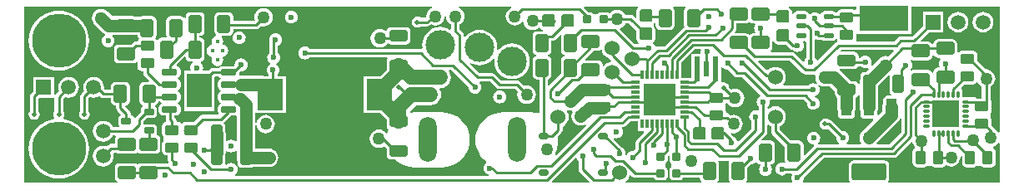
<source format=gtl>
G04*
G04 #@! TF.GenerationSoftware,Altium Limited,Altium Designer,19.1.5 (86)*
G04*
G04 Layer_Physical_Order=1*
G04 Layer_Color=255*
%FSLAX25Y25*%
%MOIN*%
G70*
G01*
G75*
%ADD10C,0.01000*%
%ADD53O,0.01102X0.03150*%
%ADD54O,0.03150X0.01102*%
%ADD55R,0.10630X0.10630*%
%ADD56R,0.12795X0.12795*%
%ADD57R,0.03543X0.01181*%
%ADD58R,0.01181X0.03543*%
G04:AMPARAMS|DCode=59|XSize=31.5mil|YSize=31.5mil|CornerRadius=3.94mil|HoleSize=0mil|Usage=FLASHONLY|Rotation=90.000|XOffset=0mil|YOffset=0mil|HoleType=Round|Shape=RoundedRectangle|*
%AMROUNDEDRECTD59*
21,1,0.03150,0.02362,0,0,90.0*
21,1,0.02362,0.03150,0,0,90.0*
1,1,0.00787,0.01181,0.01181*
1,1,0.00787,0.01181,-0.01181*
1,1,0.00787,-0.01181,-0.01181*
1,1,0.00787,-0.01181,0.01181*
%
%ADD59ROUNDEDRECTD59*%
G04:AMPARAMS|DCode=60|XSize=31.5mil|YSize=31.5mil|CornerRadius=3.94mil|HoleSize=0mil|Usage=FLASHONLY|Rotation=0.000|XOffset=0mil|YOffset=0mil|HoleType=Round|Shape=RoundedRectangle|*
%AMROUNDEDRECTD60*
21,1,0.03150,0.02362,0,0,0.0*
21,1,0.02362,0.03150,0,0,0.0*
1,1,0.00787,0.01181,-0.01181*
1,1,0.00787,-0.01181,-0.01181*
1,1,0.00787,-0.01181,0.01181*
1,1,0.00787,0.01181,0.01181*
%
%ADD60ROUNDEDRECTD60*%
G04:AMPARAMS|DCode=61|XSize=39.37mil|YSize=23.62mil|CornerRadius=5.91mil|HoleSize=0mil|Usage=FLASHONLY|Rotation=0.000|XOffset=0mil|YOffset=0mil|HoleType=Round|Shape=RoundedRectangle|*
%AMROUNDEDRECTD61*
21,1,0.03937,0.01181,0,0,0.0*
21,1,0.02756,0.02362,0,0,0.0*
1,1,0.01181,0.01378,-0.00591*
1,1,0.01181,-0.01378,-0.00591*
1,1,0.01181,-0.01378,0.00591*
1,1,0.01181,0.01378,0.00591*
%
%ADD61ROUNDEDRECTD61*%
G04:AMPARAMS|DCode=62|XSize=70.87mil|YSize=51.18mil|CornerRadius=6.4mil|HoleSize=0mil|Usage=FLASHONLY|Rotation=90.000|XOffset=0mil|YOffset=0mil|HoleType=Round|Shape=RoundedRectangle|*
%AMROUNDEDRECTD62*
21,1,0.07087,0.03839,0,0,90.0*
21,1,0.05807,0.05118,0,0,90.0*
1,1,0.01280,0.01919,0.02904*
1,1,0.01280,0.01919,-0.02904*
1,1,0.01280,-0.01919,-0.02904*
1,1,0.01280,-0.01919,0.02904*
%
%ADD62ROUNDEDRECTD62*%
G04:AMPARAMS|DCode=63|XSize=70.87mil|YSize=51.18mil|CornerRadius=6.4mil|HoleSize=0mil|Usage=FLASHONLY|Rotation=180.000|XOffset=0mil|YOffset=0mil|HoleType=Round|Shape=RoundedRectangle|*
%AMROUNDEDRECTD63*
21,1,0.07087,0.03839,0,0,180.0*
21,1,0.05807,0.05118,0,0,180.0*
1,1,0.01280,-0.02904,0.01919*
1,1,0.01280,0.02904,0.01919*
1,1,0.01280,0.02904,-0.01919*
1,1,0.01280,-0.02904,-0.01919*
%
%ADD63ROUNDEDRECTD63*%
%ADD64R,0.01968X0.09843*%
%ADD65R,0.01968X0.06299*%
G04:AMPARAMS|DCode=66|XSize=39.37mil|YSize=21.65mil|CornerRadius=5.41mil|HoleSize=0mil|Usage=FLASHONLY|Rotation=180.000|XOffset=0mil|YOffset=0mil|HoleType=Round|Shape=RoundedRectangle|*
%AMROUNDEDRECTD66*
21,1,0.03937,0.01083,0,0,180.0*
21,1,0.02854,0.02165,0,0,180.0*
1,1,0.01083,-0.01427,0.00541*
1,1,0.01083,0.01427,0.00541*
1,1,0.01083,0.01427,-0.00541*
1,1,0.01083,-0.01427,-0.00541*
%
%ADD66ROUNDEDRECTD66*%
G04:AMPARAMS|DCode=67|XSize=23.62mil|YSize=39.37mil|CornerRadius=2.95mil|HoleSize=0mil|Usage=FLASHONLY|Rotation=90.000|XOffset=0mil|YOffset=0mil|HoleType=Round|Shape=RoundedRectangle|*
%AMROUNDEDRECTD67*
21,1,0.02362,0.03347,0,0,90.0*
21,1,0.01772,0.03937,0,0,90.0*
1,1,0.00591,0.01673,0.00886*
1,1,0.00591,0.01673,-0.00886*
1,1,0.00591,-0.01673,-0.00886*
1,1,0.00591,-0.01673,0.00886*
%
%ADD67ROUNDEDRECTD67*%
G04:AMPARAMS|DCode=68|XSize=50mil|YSize=50mil|CornerRadius=6.25mil|HoleSize=0mil|Usage=FLASHONLY|Rotation=270.000|XOffset=0mil|YOffset=0mil|HoleType=Round|Shape=RoundedRectangle|*
%AMROUNDEDRECTD68*
21,1,0.05000,0.03750,0,0,270.0*
21,1,0.03750,0.05000,0,0,270.0*
1,1,0.01250,-0.01875,-0.01875*
1,1,0.01250,-0.01875,0.01875*
1,1,0.01250,0.01875,0.01875*
1,1,0.01250,0.01875,-0.01875*
%
%ADD68ROUNDEDRECTD68*%
G04:AMPARAMS|DCode=69|XSize=50mil|YSize=50mil|CornerRadius=6.25mil|HoleSize=0mil|Usage=FLASHONLY|Rotation=0.000|XOffset=0mil|YOffset=0mil|HoleType=Round|Shape=RoundedRectangle|*
%AMROUNDEDRECTD69*
21,1,0.05000,0.03750,0,0,0.0*
21,1,0.03750,0.05000,0,0,0.0*
1,1,0.01250,0.01875,-0.01875*
1,1,0.01250,-0.01875,-0.01875*
1,1,0.01250,-0.01875,0.01875*
1,1,0.01250,0.01875,0.01875*
%
%ADD69ROUNDEDRECTD69*%
%ADD70R,0.10236X0.12598*%
G04:AMPARAMS|DCode=71|XSize=70.87mil|YSize=45.28mil|CornerRadius=5.66mil|HoleSize=0mil|Usage=FLASHONLY|Rotation=270.000|XOffset=0mil|YOffset=0mil|HoleType=Round|Shape=RoundedRectangle|*
%AMROUNDEDRECTD71*
21,1,0.07087,0.03396,0,0,270.0*
21,1,0.05955,0.04528,0,0,270.0*
1,1,0.01132,-0.01698,-0.02977*
1,1,0.01132,-0.01698,0.02977*
1,1,0.01132,0.01698,0.02977*
1,1,0.01132,0.01698,-0.02977*
%
%ADD71ROUNDEDRECTD71*%
G04:AMPARAMS|DCode=72|XSize=70.87mil|YSize=45.28mil|CornerRadius=5.66mil|HoleSize=0mil|Usage=FLASHONLY|Rotation=180.000|XOffset=0mil|YOffset=0mil|HoleType=Round|Shape=RoundedRectangle|*
%AMROUNDEDRECTD72*
21,1,0.07087,0.03396,0,0,180.0*
21,1,0.05955,0.04528,0,0,180.0*
1,1,0.01132,-0.02977,0.01698*
1,1,0.01132,0.02977,0.01698*
1,1,0.01132,0.02977,-0.01698*
1,1,0.01132,-0.02977,-0.01698*
%
%ADD72ROUNDEDRECTD72*%
G04:AMPARAMS|DCode=73|XSize=55.12mil|YSize=39.37mil|CornerRadius=4.92mil|HoleSize=0mil|Usage=FLASHONLY|Rotation=0.000|XOffset=0mil|YOffset=0mil|HoleType=Round|Shape=RoundedRectangle|*
%AMROUNDEDRECTD73*
21,1,0.05512,0.02953,0,0,0.0*
21,1,0.04528,0.03937,0,0,0.0*
1,1,0.00984,0.02264,-0.01476*
1,1,0.00984,-0.02264,-0.01476*
1,1,0.00984,-0.02264,0.01476*
1,1,0.00984,0.02264,0.01476*
%
%ADD73ROUNDEDRECTD73*%
G04:AMPARAMS|DCode=74|XSize=55.12mil|YSize=39.37mil|CornerRadius=4.92mil|HoleSize=0mil|Usage=FLASHONLY|Rotation=90.000|XOffset=0mil|YOffset=0mil|HoleType=Round|Shape=RoundedRectangle|*
%AMROUNDEDRECTD74*
21,1,0.05512,0.02953,0,0,90.0*
21,1,0.04528,0.03937,0,0,90.0*
1,1,0.00984,0.01476,0.02264*
1,1,0.00984,0.01476,-0.02264*
1,1,0.00984,-0.01476,-0.02264*
1,1,0.00984,-0.01476,0.02264*
%
%ADD74ROUNDEDRECTD74*%
G04:AMPARAMS|DCode=75|XSize=62.99mil|YSize=23.62mil|CornerRadius=5.91mil|HoleSize=0mil|Usage=FLASHONLY|Rotation=180.000|XOffset=0mil|YOffset=0mil|HoleType=Round|Shape=RoundedRectangle|*
%AMROUNDEDRECTD75*
21,1,0.06299,0.01181,0,0,180.0*
21,1,0.05118,0.02362,0,0,180.0*
1,1,0.01181,-0.02559,0.00591*
1,1,0.01181,0.02559,0.00591*
1,1,0.01181,0.02559,-0.00591*
1,1,0.01181,-0.02559,-0.00591*
%
%ADD75ROUNDEDRECTD75*%
%ADD76R,0.09843X0.13780*%
%ADD77C,0.02000*%
G04:AMPARAMS|DCode=78|XSize=43.31mil|YSize=68.9mil|CornerRadius=5.41mil|HoleSize=0mil|Usage=FLASHONLY|Rotation=180.000|XOffset=0mil|YOffset=0mil|HoleType=Round|Shape=RoundedRectangle|*
%AMROUNDEDRECTD78*
21,1,0.04331,0.05807,0,0,180.0*
21,1,0.03248,0.06890,0,0,180.0*
1,1,0.01083,-0.01624,0.02904*
1,1,0.01083,0.01624,0.02904*
1,1,0.01083,0.01624,-0.02904*
1,1,0.01083,-0.01624,-0.02904*
%
%ADD78ROUNDEDRECTD78*%
G04:AMPARAMS|DCode=79|XSize=43.31mil|YSize=68.9mil|CornerRadius=5.41mil|HoleSize=0mil|Usage=FLASHONLY|Rotation=180.000|XOffset=0mil|YOffset=0mil|HoleType=Round|Shape=RoundedRectangle|*
%AMROUNDEDRECTD79*
21,1,0.04331,0.05807,0,0,180.0*
21,1,0.03248,0.06890,0,0,180.0*
1,1,0.01083,-0.01624,0.02904*
1,1,0.01083,0.01624,0.02904*
1,1,0.01083,0.01624,-0.02904*
1,1,0.01083,-0.01624,-0.02904*
%
%ADD79ROUNDEDRECTD79*%
G04:AMPARAMS|DCode=80|XSize=137.8mil|YSize=68.9mil|CornerRadius=8.61mil|HoleSize=0mil|Usage=FLASHONLY|Rotation=180.000|XOffset=0mil|YOffset=0mil|HoleType=Round|Shape=RoundedRectangle|*
%AMROUNDEDRECTD80*
21,1,0.13780,0.05167,0,0,180.0*
21,1,0.12057,0.06890,0,0,180.0*
1,1,0.01722,-0.06029,0.02584*
1,1,0.01722,0.06029,0.02584*
1,1,0.01722,0.06029,-0.02584*
1,1,0.01722,-0.06029,-0.02584*
%
%ADD80ROUNDEDRECTD80*%
%ADD81C,0.06000*%
%ADD82C,0.05000*%
%ADD83C,0.06000*%
%ADD84C,0.05906*%
%ADD85R,0.19685X0.09843*%
%ADD86C,0.21654*%
%ADD87O,0.07087X0.18110*%
%ADD88C,0.11811*%
%ADD89R,0.05906X0.05906*%
%ADD90C,0.01772*%
%ADD91C,0.02362*%
%ADD92C,0.05000*%
G36*
X334449Y71608D02*
X333949Y71340D01*
X333625Y71556D01*
X332972Y71686D01*
X328445D01*
X327792Y71556D01*
X327239Y71187D01*
X326869Y70633D01*
X326806Y70316D01*
X326206D01*
X326094Y70484D01*
X325524Y70865D01*
X324852Y70998D01*
X321998D01*
X321326Y70865D01*
X320756Y70484D01*
X320375Y69914D01*
X320346Y69768D01*
X319812Y69643D01*
X319739Y69739D01*
X319204Y70149D01*
X318581Y70407D01*
X317913Y70495D01*
X317245Y70407D01*
X316623Y70149D01*
X316088Y69739D01*
X316015Y69643D01*
X315480Y69768D01*
X315451Y69914D01*
X315071Y70484D01*
X314501Y70865D01*
X313829Y70998D01*
X310974D01*
X310302Y70865D01*
X309733Y70484D01*
X309352Y69914D01*
X309335Y69827D01*
X308835Y69876D01*
Y70586D01*
X308694Y71290D01*
X308295Y71888D01*
X307698Y72287D01*
X307458Y72335D01*
X307507Y72835D01*
X334449D01*
Y71608D01*
D02*
G37*
G36*
X196710Y72335D02*
X196175Y72113D01*
X195406Y71523D01*
X194816Y70754D01*
X194445Y69859D01*
X194319Y68898D01*
X194445Y67937D01*
X194816Y67041D01*
X195406Y66272D01*
X196175Y65682D01*
X197071Y65311D01*
X198031Y65185D01*
X198993Y65311D01*
X199888Y65682D01*
X200657Y66272D01*
X200950Y66654D01*
X201473Y66514D01*
X201532Y66067D01*
X201903Y65171D01*
X202493Y64402D01*
X203262Y63812D01*
X204157Y63441D01*
X205118Y63315D01*
X206079Y63441D01*
X206975Y63812D01*
X207541Y64247D01*
X207619Y64263D01*
X208097Y64182D01*
X208170Y64137D01*
X208427Y63752D01*
X209025Y63353D01*
X209135Y63331D01*
X209085Y62831D01*
X206939D01*
X206228Y62690D01*
X205626Y62287D01*
X205224Y61685D01*
X205083Y60974D01*
Y55167D01*
X205224Y54457D01*
X205626Y53855D01*
X206228Y53452D01*
X206468Y53404D01*
Y52895D01*
X206228Y52847D01*
X205626Y52445D01*
X205224Y51842D01*
X205083Y51132D01*
Y45325D01*
X205224Y44614D01*
X205626Y44012D01*
X206228Y43610D01*
X206939Y43468D01*
X207735D01*
Y30215D01*
X207342Y29905D01*
X206061Y30213D01*
X204331Y30349D01*
X193307D01*
X191577Y30213D01*
X189890Y29808D01*
X188287Y29144D01*
X186808Y28237D01*
X185488Y27110D01*
X184361Y25791D01*
X183455Y24311D01*
X182791Y22708D01*
X182386Y21021D01*
X182249Y19291D01*
X182386Y17561D01*
X182791Y15874D01*
X183455Y14271D01*
X184361Y12792D01*
X185488Y11472D01*
X186532Y10581D01*
X186561Y10500D01*
X186505Y9958D01*
X186167Y9699D01*
X185757Y9165D01*
X185499Y8542D01*
X185411Y7874D01*
X185499Y7206D01*
X185757Y6583D01*
X186167Y6049D01*
X186702Y5639D01*
X187324Y5381D01*
X187455Y5364D01*
X187422Y4864D01*
X86389D01*
X86219Y5364D01*
X86471Y5557D01*
X86881Y6091D01*
X87139Y6714D01*
X87227Y7382D01*
X87139Y8050D01*
X86881Y8672D01*
X86471Y9207D01*
X85936Y9617D01*
X85314Y9875D01*
X84646Y9963D01*
X83978Y9875D01*
X83355Y9617D01*
X82821Y9207D01*
X82338Y9398D01*
X82175Y9596D01*
X82219Y9818D01*
Y12769D01*
X82327Y13028D01*
X82453Y13989D01*
Y14620D01*
X82953Y14806D01*
X83355Y14497D01*
X83978Y14239D01*
X84646Y14151D01*
X85314Y14239D01*
X85936Y14497D01*
X86338Y14806D01*
X86838Y14620D01*
Y11988D01*
X86965Y11027D01*
X87072Y10768D01*
Y9818D01*
X87208Y9136D01*
X87594Y8558D01*
X88172Y8172D01*
X88853Y8037D01*
X92249D01*
X92931Y8172D01*
X93085Y8275D01*
X99783D01*
X100744Y8402D01*
X101640Y8773D01*
X102409Y9363D01*
X102999Y10132D01*
X103370Y11027D01*
X103496Y11988D01*
X103370Y12949D01*
X102999Y13845D01*
X102409Y14614D01*
X101640Y15204D01*
X100744Y15574D01*
X99783Y15701D01*
X94264D01*
Y21654D01*
X94211Y22057D01*
X94264Y22461D01*
Y25165D01*
X94764Y25198D01*
X94839Y24630D01*
X95210Y23734D01*
X95800Y22965D01*
X96569Y22375D01*
X97464Y22004D01*
X98425Y21878D01*
X99386Y22004D01*
X100282Y22375D01*
X101051Y22965D01*
X101641Y23734D01*
X102012Y24630D01*
X102138Y25591D01*
X102012Y26551D01*
X101641Y27447D01*
X101051Y28216D01*
X100282Y28806D01*
X99386Y29177D01*
X98425Y29303D01*
X97464Y29177D01*
X96569Y28806D01*
X95800Y28216D01*
X95210Y27447D01*
X94839Y26551D01*
X94764Y25983D01*
X94264Y26016D01*
Y29921D01*
X106496D01*
Y44882D01*
X103191D01*
X103155Y45382D01*
X103203Y45419D01*
X103613Y45954D01*
X103871Y46576D01*
X103959Y47244D01*
X103871Y47912D01*
X103613Y48535D01*
X103203Y49069D01*
X102731Y49431D01*
X102707Y49698D01*
X102758Y49984D01*
X102865Y50029D01*
X103400Y50439D01*
X103810Y50973D01*
X104068Y51596D01*
X104156Y52264D01*
X104068Y52932D01*
X103810Y53554D01*
X103400Y54089D01*
X103289Y54174D01*
Y57063D01*
X103653Y57213D01*
X104187Y57624D01*
X104597Y58158D01*
X104855Y58781D01*
X104943Y59449D01*
X104855Y60117D01*
X104597Y60739D01*
X104187Y61274D01*
X103653Y61684D01*
X103030Y61942D01*
X102362Y62030D01*
X101694Y61942D01*
X101072Y61684D01*
X100537Y61274D01*
X100127Y60739D01*
X99869Y60117D01*
X99781Y59449D01*
X99869Y58781D01*
X99879Y58755D01*
X99861Y58661D01*
Y54174D01*
X99750Y54089D01*
X99339Y53554D01*
X99082Y52932D01*
X98994Y52264D01*
X99082Y51596D01*
X99339Y50973D01*
X99750Y50439D01*
X100222Y50076D01*
X100246Y49810D01*
X100195Y49524D01*
X100087Y49479D01*
X99553Y49069D01*
X99143Y48535D01*
X98885Y47912D01*
X98797Y47244D01*
X98885Y46576D01*
X99143Y45954D01*
X99553Y45419D01*
X99601Y45382D01*
X99565Y44882D01*
X97820D01*
X97579Y44914D01*
X97248D01*
X97221Y44925D01*
X96260Y45051D01*
X88583D01*
X88370Y45023D01*
X87957Y45473D01*
X88027Y45827D01*
Y46390D01*
X88444Y46807D01*
X88583Y46789D01*
X89251Y46877D01*
X89873Y47135D01*
X90408Y47545D01*
X90818Y48079D01*
X91076Y48702D01*
X91164Y49370D01*
X91076Y50038D01*
X90818Y50661D01*
X90408Y51195D01*
X89873Y51605D01*
X89251Y51863D01*
X88583Y51951D01*
X87915Y51863D01*
X87292Y51605D01*
X86758Y51195D01*
X86347Y50661D01*
X86089Y50038D01*
X86001Y49370D01*
X86020Y49231D01*
X85603Y48814D01*
X81102D01*
X80411Y48677D01*
X79825Y48285D01*
X79722Y48131D01*
X77382D01*
X76726Y48001D01*
X76170Y47629D01*
X75529Y46988D01*
X73572D01*
X73295Y47404D01*
X73359Y47560D01*
X73447Y48228D01*
X73359Y48896D01*
X73102Y49519D01*
X72691Y50054D01*
X72394Y50282D01*
X72519Y50816D01*
X72905Y50893D01*
X73508Y51296D01*
X73910Y51898D01*
X74051Y52608D01*
Y58415D01*
X73910Y59126D01*
X73508Y59728D01*
X72905Y60131D01*
X72195Y60272D01*
X71990D01*
Y60988D01*
X72195D01*
X72905Y61129D01*
X73508Y61532D01*
X73910Y62134D01*
X74051Y62845D01*
Y68652D01*
X73910Y69362D01*
X73508Y69964D01*
X72905Y70367D01*
X72195Y70508D01*
X68356D01*
X67646Y70367D01*
X67044Y69964D01*
X66641Y69362D01*
X66500Y68652D01*
Y68204D01*
X66407Y68132D01*
X65734Y68240D01*
X65634Y68389D01*
X65031Y68792D01*
X64321Y68933D01*
X60482D01*
X59772Y68792D01*
X59170Y68389D01*
X58767Y67787D01*
X58626Y67077D01*
Y61270D01*
X58725Y60772D01*
X58403Y60272D01*
X56939D01*
X56229Y60131D01*
X55626Y59728D01*
X55444Y59456D01*
X54852Y59469D01*
X54651Y59769D01*
X54264Y60028D01*
X54619Y60559D01*
X54760Y61270D01*
Y67077D01*
X54619Y67787D01*
X54216Y68389D01*
X53614Y68792D01*
X52903Y68933D01*
X49065D01*
X48452Y68811D01*
X46037D01*
X45423Y68933D01*
X39616D01*
X39597Y68929D01*
X37109D01*
X35303Y70736D01*
X34534Y71326D01*
X33638Y71697D01*
X32677Y71823D01*
X31716Y71697D01*
X30821Y71326D01*
X30052Y70736D01*
X29462Y69967D01*
X29091Y69071D01*
X28964Y68110D01*
X29091Y67149D01*
X29462Y66254D01*
X30052Y65485D01*
X32945Y62591D01*
X33714Y62001D01*
X34133Y61828D01*
X34143Y61290D01*
X33608Y60880D01*
X33198Y60346D01*
X32940Y59723D01*
X32852Y59055D01*
X32940Y58387D01*
X33198Y57765D01*
X33608Y57230D01*
X34143Y56820D01*
X34765Y56562D01*
X35433Y56474D01*
X36101Y56562D01*
X36724Y56820D01*
X37258Y57230D01*
X37668Y57765D01*
X37926Y58387D01*
X38014Y59055D01*
X37926Y59723D01*
X37668Y60346D01*
X37258Y60880D01*
X37097Y61004D01*
X37267Y61504D01*
X39003D01*
X39616Y61382D01*
X45423D01*
X45443Y61386D01*
X47208D01*
Y61270D01*
X47350Y60559D01*
X47752Y59957D01*
X47533Y59502D01*
X47341Y59216D01*
X47259Y58801D01*
X46654D01*
X45998Y58670D01*
X45442Y58299D01*
X44659Y57516D01*
X39616D01*
X38906Y57375D01*
X38303Y56972D01*
X37901Y56370D01*
X37760Y55660D01*
Y51821D01*
X37901Y51110D01*
X38303Y50508D01*
X38906Y50106D01*
X39616Y49964D01*
X45423D01*
X46134Y50106D01*
X46711Y50492D01*
X46850Y50463D01*
X47211Y50319D01*
Y48524D01*
X47341Y47871D01*
X47711Y47317D01*
X48265Y46948D01*
X48917Y46818D01*
X49467D01*
Y46063D01*
X49597Y45407D01*
X49969Y44851D01*
X51803Y43017D01*
X51611Y42555D01*
X49852D01*
X49142Y42414D01*
X48540Y42012D01*
X48137Y41409D01*
X47996Y40699D01*
Y34892D01*
X48137Y34181D01*
X48540Y33579D01*
X49142Y33176D01*
X49189Y33167D01*
X49295Y32636D01*
X49034Y32462D01*
X48708Y31974D01*
X48593Y31398D01*
Y30545D01*
X46518Y28470D01*
X46306Y28153D01*
X45781Y28234D01*
X45454Y28722D01*
X44966Y29048D01*
X44431Y29155D01*
Y29724D01*
X44300Y30380D01*
X43929Y30936D01*
X42313Y32552D01*
X42312Y32570D01*
X42493Y33079D01*
X42984Y33176D01*
X43586Y33579D01*
X43989Y34181D01*
X44130Y34892D01*
Y40699D01*
X43989Y41409D01*
X43586Y42012D01*
X42984Y42414D01*
X42274Y42555D01*
X38435D01*
X37725Y42414D01*
X37122Y42012D01*
X36720Y41409D01*
X36579Y40699D01*
Y39509D01*
X34133D01*
X33789Y39854D01*
X33855Y40354D01*
X33713Y41434D01*
X33296Y42439D01*
X32633Y43303D01*
X31770Y43965D01*
X30764Y44382D01*
X29685Y44524D01*
X28606Y44382D01*
X27600Y43965D01*
X26737Y43303D01*
X26074Y42439D01*
X25658Y41434D01*
X25515Y40354D01*
X25658Y39275D01*
X25811Y38904D01*
X24772Y37865D01*
X24401Y37310D01*
X24270Y36654D01*
Y30888D01*
X23930Y30379D01*
X23760Y29528D01*
X23930Y28677D01*
X24412Y27955D01*
X25133Y27473D01*
X25984Y27304D01*
X26835Y27473D01*
X27557Y27955D01*
X28039Y28677D01*
X28208Y29528D01*
X28039Y30379D01*
X27698Y30888D01*
Y35944D01*
X28235Y36480D01*
X28606Y36327D01*
X29685Y36185D01*
X30764Y36327D01*
X31770Y36743D01*
X31929Y36865D01*
X32211Y36583D01*
X32767Y36212D01*
X33423Y36081D01*
X36579D01*
Y34892D01*
X36720Y34181D01*
X37122Y33579D01*
X37725Y33176D01*
X38435Y33035D01*
X38640D01*
Y32087D01*
X38771Y31431D01*
X39142Y30875D01*
X40493Y29524D01*
X40344Y28966D01*
X39979Y28722D01*
X39653Y28234D01*
X39538Y27657D01*
Y25886D01*
X39653Y25310D01*
X39906Y24931D01*
X39773Y24548D01*
X39685Y24431D01*
X37229D01*
X37075Y24801D01*
X36413Y25665D01*
X35549Y26327D01*
X34544Y26744D01*
X33465Y26886D01*
X32385Y26744D01*
X31380Y26327D01*
X30516Y25665D01*
X29854Y24801D01*
X29437Y23796D01*
X29295Y22716D01*
X29437Y21637D01*
X29854Y20632D01*
X30516Y19768D01*
X31380Y19106D01*
X32385Y18689D01*
X33465Y18547D01*
X34544Y18689D01*
X35549Y19106D01*
X36413Y19768D01*
X37075Y20632D01*
X37229Y21002D01*
X38263D01*
X38530Y20503D01*
X38295Y20149D01*
X38153Y19439D01*
Y17579D01*
X36613D01*
X35957Y17449D01*
X35401Y17077D01*
X34914Y16590D01*
X34544Y16744D01*
X33465Y16886D01*
X32385Y16744D01*
X31380Y16327D01*
X30516Y15665D01*
X29854Y14801D01*
X29437Y13796D01*
X29295Y12717D01*
X29437Y11637D01*
X29854Y10632D01*
X30516Y9768D01*
X31380Y9106D01*
X32385Y8689D01*
X33465Y8547D01*
X34544Y8689D01*
X35549Y9106D01*
X36413Y9768D01*
X37075Y10632D01*
X37492Y11637D01*
X37634Y12717D01*
X37511Y13651D01*
X37820Y14151D01*
X38901D01*
X39299Y13885D01*
X40010Y13744D01*
X45817D01*
X46527Y13885D01*
X47130Y14288D01*
X47359D01*
X47961Y13885D01*
X48671Y13744D01*
X54478D01*
X55189Y13885D01*
X55791Y14288D01*
X56194Y14890D01*
X56335Y15600D01*
Y19439D01*
X56194Y20149D01*
X55791Y20752D01*
X55189Y21154D01*
X54991Y21193D01*
X54836Y21570D01*
X54950Y22146D01*
Y23917D01*
X54836Y24493D01*
X54509Y24982D01*
X54021Y25308D01*
X53445Y25423D01*
X50098D01*
X49944Y25392D01*
X49444Y25802D01*
Y26548D01*
X51017Y28121D01*
X53445D01*
X54021Y28235D01*
X54509Y28562D01*
X54836Y29050D01*
X54950Y29626D01*
Y31398D01*
X54836Y31974D01*
X54509Y32462D01*
X54248Y32636D01*
X54354Y33167D01*
X54401Y33176D01*
X55004Y33579D01*
X55406Y34181D01*
X55510Y34703D01*
X56100D01*
X56203Y34549D01*
X56756Y34180D01*
X56787Y33917D01*
X56756Y33655D01*
X56203Y33285D01*
X55812Y32699D01*
X55674Y32008D01*
Y30827D01*
X55812Y30136D01*
X56203Y29550D01*
X56789Y29158D01*
X57480Y29020D01*
X58522D01*
Y27559D01*
X58653Y26903D01*
X58655Y26900D01*
X58425Y26344D01*
X58107Y26281D01*
X57553Y25911D01*
X57184Y25358D01*
X57054Y24705D01*
Y21752D01*
X57184Y21099D01*
X57480Y20655D01*
Y18715D01*
X57184Y18271D01*
X57054Y17618D01*
Y14665D01*
X57184Y14013D01*
X57553Y13459D01*
X58107Y13089D01*
X58760Y12959D01*
X59310D01*
Y11195D01*
X59440Y10539D01*
X59655Y10218D01*
X59582Y10005D01*
X59274Y9784D01*
X59248Y9789D01*
X54926D01*
X54478Y9878D01*
X48671D01*
X47961Y9737D01*
X47359Y9334D01*
X47130D01*
X46527Y9737D01*
X45817Y9878D01*
X40010D01*
X39299Y9737D01*
X38697Y9334D01*
X38295Y8732D01*
X38153Y8022D01*
Y4183D01*
X38295Y3473D01*
X38697Y2870D01*
X39299Y2468D01*
X39247Y1969D01*
X1969D01*
Y72835D01*
X164918D01*
X165017Y72335D01*
X164482Y72113D01*
X163713Y71523D01*
X163123Y70754D01*
X162752Y69859D01*
X162626Y68898D01*
X162663Y68613D01*
X162326Y68249D01*
X160416D01*
X159906Y68590D01*
X159055Y68759D01*
X158204Y68590D01*
X157483Y68108D01*
X157001Y67387D01*
X156831Y66535D01*
X157001Y65684D01*
X157483Y64963D01*
X158204Y64481D01*
X159055Y64312D01*
X159906Y64481D01*
X160416Y64821D01*
X163044D01*
X163700Y64952D01*
X164256Y65323D01*
X164576Y65643D01*
X165378Y65311D01*
X166339Y65185D01*
X167299Y65311D01*
X168195Y65682D01*
X168964Y66272D01*
X169554Y67041D01*
X169925Y67937D01*
X170023Y68685D01*
X170528D01*
X170626Y67937D01*
X170997Y67041D01*
X171587Y66272D01*
X172356Y65682D01*
X172499Y65623D01*
Y63605D01*
X172478Y63596D01*
X171999Y63437D01*
X170835Y64059D01*
X169500Y64464D01*
X168110Y64601D01*
X166721Y64464D01*
X165385Y64059D01*
X164154Y63401D01*
X163075Y62516D01*
X162189Y61436D01*
X161531Y60205D01*
X161126Y58869D01*
X160989Y57480D01*
X161113Y56222D01*
X160878Y55922D01*
X160693Y55796D01*
X160433Y55848D01*
X144290D01*
X144257Y56348D01*
X144413Y56368D01*
X145055Y56453D01*
X145951Y56824D01*
X146720Y57414D01*
X147223Y58070D01*
X147338Y58066D01*
X147916Y57680D01*
X148597Y57544D01*
X154552D01*
X155234Y57680D01*
X155812Y58066D01*
X156198Y58644D01*
X156333Y59326D01*
Y62722D01*
X156198Y63403D01*
X155812Y63981D01*
X155234Y64367D01*
X154552Y64503D01*
X148597D01*
X147916Y64367D01*
X147338Y63981D01*
X146952Y63403D01*
X146902Y63155D01*
X146351Y62948D01*
X145951Y63255D01*
X145055Y63626D01*
X144095Y63752D01*
X143133Y63626D01*
X142238Y63255D01*
X141469Y62665D01*
X140879Y61896D01*
X140508Y61000D01*
X140382Y60039D01*
X140508Y59078D01*
X140879Y58183D01*
X141469Y57414D01*
X142238Y56824D01*
X143133Y56453D01*
X143776Y56368D01*
X143932Y56348D01*
X143899Y55848D01*
X116084D01*
X115998Y55959D01*
X115464Y56369D01*
X114841Y56627D01*
X114173Y56715D01*
X113505Y56627D01*
X112883Y56369D01*
X112348Y55959D01*
X111938Y55424D01*
X111680Y54802D01*
X111592Y54134D01*
X111680Y53466D01*
X111938Y52843D01*
X112348Y52309D01*
X112883Y51898D01*
X113505Y51641D01*
X114173Y51553D01*
X114841Y51641D01*
X115464Y51898D01*
X115998Y52309D01*
X116084Y52420D01*
X146904D01*
X147171Y51920D01*
X146952Y51592D01*
X146816Y50910D01*
Y48683D01*
X146814Y48669D01*
Y47463D01*
X144233Y44882D01*
X137598D01*
Y29921D01*
X144233D01*
X146814Y27340D01*
Y27118D01*
X146816Y27104D01*
Y24877D01*
X146952Y24195D01*
X147338Y23617D01*
X147648Y23410D01*
X147357Y22708D01*
X147189Y22007D01*
X146647Y21892D01*
X146326Y22310D01*
X145557Y22900D01*
X144662Y23271D01*
X143701Y23398D01*
X142740Y23271D01*
X141844Y22900D01*
X141075Y22310D01*
X140485Y21542D01*
X140114Y20646D01*
X139988Y19685D01*
X140114Y18724D01*
X140485Y17829D01*
X141075Y17060D01*
X141844Y16470D01*
X142740Y16099D01*
X143701Y15972D01*
X144662Y16099D01*
X145557Y16470D01*
X145901Y16734D01*
X146816Y15819D01*
Y13066D01*
X146952Y12384D01*
X147338Y11806D01*
X147916Y11420D01*
X148598Y11285D01*
X150275D01*
X151374Y10345D01*
X152854Y9439D01*
X154457Y8775D01*
X156144Y8370D01*
X157874Y8234D01*
X168898D01*
X170627Y8370D01*
X172315Y8775D01*
X173918Y9439D01*
X175397Y10345D01*
X176717Y11472D01*
X177843Y12792D01*
X178750Y14271D01*
X179414Y15874D01*
X179819Y17561D01*
X179955Y19291D01*
X179819Y21021D01*
X179414Y22708D01*
X178750Y24311D01*
X177843Y25791D01*
X176717Y27110D01*
X175397Y28237D01*
X173918Y29144D01*
X172315Y29808D01*
X170627Y30213D01*
X168898Y30349D01*
X157874D01*
X156292Y30224D01*
X156195Y30285D01*
X156081Y30826D01*
X158440Y33184D01*
X164370D01*
X165462Y33328D01*
X166479Y33749D01*
X167352Y34420D01*
X168022Y35293D01*
X168444Y36310D01*
X168587Y37402D01*
X168444Y38493D01*
X168022Y39510D01*
X167934Y39626D01*
X168155Y40074D01*
X168307D01*
X169399Y40218D01*
X170416Y40639D01*
X171289Y41309D01*
X171959Y42183D01*
X172381Y43200D01*
X172524Y44291D01*
X172381Y45383D01*
X171959Y46400D01*
X171500Y46999D01*
X171747Y47499D01*
X172518D01*
X179524Y40493D01*
X179506Y40354D01*
X179593Y39686D01*
X179851Y39064D01*
X180262Y38529D01*
X180796Y38119D01*
X181419Y37861D01*
X182087Y37773D01*
X182755Y37861D01*
X183377Y38119D01*
X183912Y38529D01*
X184322Y39064D01*
X184580Y39686D01*
X184668Y40354D01*
X184580Y41022D01*
X184322Y41645D01*
X183990Y42077D01*
X184146Y42577D01*
X188266D01*
X190717Y40127D01*
X191273Y39755D01*
X191929Y39625D01*
X198109D01*
X199229Y38505D01*
X199170Y38363D01*
X199043Y37402D01*
X199170Y36441D01*
X199540Y35545D01*
X200131Y34776D01*
X200900Y34186D01*
X201795Y33815D01*
X202756Y33689D01*
X203717Y33815D01*
X204612Y34186D01*
X205381Y34776D01*
X205971Y35545D01*
X206342Y36441D01*
X206469Y37402D01*
X206342Y38363D01*
X205971Y39258D01*
X205381Y40027D01*
X204612Y40617D01*
X203717Y40988D01*
X202756Y41114D01*
X201795Y40988D01*
X201653Y40929D01*
X200031Y42551D01*
X199475Y42922D01*
X198819Y43053D01*
X192639D01*
X190188Y45503D01*
X189632Y45875D01*
X188976Y46005D01*
X183781D01*
X180058Y49728D01*
X180359Y50134D01*
X181133Y49720D01*
X182469Y49315D01*
X183858Y49178D01*
X185248Y49315D01*
X186583Y49720D01*
X187814Y50378D01*
X188893Y51264D01*
X189326Y51791D01*
X189809Y51591D01*
X189729Y50787D01*
X189866Y49398D01*
X190271Y48062D01*
X190930Y46831D01*
X191815Y45752D01*
X192894Y44867D01*
X194125Y44209D01*
X195461Y43803D01*
X196850Y43666D01*
X198240Y43803D01*
X199575Y44209D01*
X200806Y44867D01*
X201886Y45752D01*
X202771Y46831D01*
X203429Y48062D01*
X203835Y49398D01*
X203971Y50787D01*
X203835Y52177D01*
X203429Y53513D01*
X202771Y54744D01*
X201886Y55823D01*
X200806Y56708D01*
X199575Y57366D01*
X198240Y57771D01*
X196850Y57908D01*
X195461Y57771D01*
X194125Y57366D01*
X192894Y56708D01*
X191815Y55823D01*
X191383Y55296D01*
X190900Y55496D01*
X190979Y56299D01*
X190842Y57688D01*
X190437Y59024D01*
X189779Y60255D01*
X188893Y61335D01*
X187814Y62220D01*
X186583Y62878D01*
X185248Y63283D01*
X183858Y63420D01*
X182469Y63283D01*
X181133Y62878D01*
X179902Y62220D01*
X178823Y61335D01*
X178198Y60573D01*
X177698Y60752D01*
Y61221D01*
X177568Y61876D01*
X177196Y62432D01*
X175927Y63702D01*
Y65623D01*
X176069Y65682D01*
X176838Y66272D01*
X177428Y67041D01*
X177799Y67937D01*
X177926Y68898D01*
X177799Y69859D01*
X177428Y70754D01*
X176838Y71523D01*
X176069Y72113D01*
X175534Y72335D01*
X175634Y72835D01*
X196610D01*
X196710Y72335D01*
D02*
G37*
G36*
X247296D02*
X247217Y72281D01*
X246817Y71684D01*
X246677Y70979D01*
Y68398D01*
X246215Y68207D01*
X245494Y68928D01*
X244937Y69300D01*
X244282Y69431D01*
X242251D01*
X242192Y69573D01*
X241602Y70342D01*
X240833Y70932D01*
X239937Y71303D01*
X238976Y71429D01*
X238015Y71303D01*
X237120Y70932D01*
X236351Y70342D01*
X236111Y70029D01*
X235978Y70033D01*
X235457Y70381D01*
X234842Y70503D01*
X232480D01*
X231866Y70381D01*
X231345Y70033D01*
X231112Y69685D01*
X229518D01*
X229285Y70033D01*
X228764Y70381D01*
X228150Y70503D01*
X227590D01*
X225721Y72373D01*
X225912Y72835D01*
X247145D01*
X247296Y72335D01*
D02*
G37*
G36*
X266268D02*
X266256Y72326D01*
X265854Y71724D01*
X265712Y71014D01*
Y65207D01*
X265843Y64551D01*
X265323Y64204D01*
X265323Y64204D01*
X257951Y56832D01*
X255118D01*
X254462Y56702D01*
X253917Y56939D01*
X253810Y57196D01*
X253410Y57718D01*
X253336Y57832D01*
X253351Y58280D01*
X253571Y58427D01*
X253970Y59025D01*
X254110Y59729D01*
Y63479D01*
X253970Y64184D01*
X253571Y64781D01*
X253394Y64900D01*
Y65809D01*
X253571Y65927D01*
X253795Y66263D01*
X254295Y66111D01*
Y65207D01*
X254436Y64496D01*
X254839Y63894D01*
X255441Y63491D01*
X256152Y63350D01*
X259990D01*
X260701Y63491D01*
X261303Y63894D01*
X261705Y64496D01*
X261847Y65207D01*
Y71014D01*
X261705Y71724D01*
X261303Y72326D01*
X261291Y72335D01*
X261442Y72835D01*
X266117D01*
X266268Y72335D01*
D02*
G37*
G36*
X292165Y66372D02*
X292646Y66050D01*
X293356Y65909D01*
X293887D01*
X294134Y65409D01*
X294024Y65267D01*
X293767Y64644D01*
X293679Y63976D01*
X293767Y63308D01*
X294024Y62686D01*
X294134Y62543D01*
X293887Y62043D01*
X293356D01*
X292646Y61902D01*
X292165Y61581D01*
X291831Y61531D01*
X291496Y61581D01*
X291016Y61902D01*
X290305Y62043D01*
X286085D01*
X285894Y62506D01*
X286210Y62822D01*
X286582Y63377D01*
X286712Y64034D01*
Y65909D01*
X290305D01*
X291016Y66050D01*
X291496Y66372D01*
X291831Y66421D01*
X292165Y66372D01*
D02*
G37*
G36*
X326806Y59603D02*
X326869Y59288D01*
X326959Y59152D01*
X326749Y58567D01*
X326347Y58299D01*
X319195Y51147D01*
X318637Y51295D01*
X318476Y51684D01*
X318065Y52219D01*
X317954Y52304D01*
Y59295D01*
X318454Y59597D01*
X318996Y59525D01*
X319292Y59564D01*
X319582Y59506D01*
X320710D01*
X320756Y59437D01*
X321326Y59057D01*
X321998Y58923D01*
X324852D01*
X325524Y59057D01*
X326094Y59437D01*
X326275Y59708D01*
X326806Y59603D01*
D02*
G37*
G36*
X246677Y62897D02*
Y59729D01*
X246817Y59025D01*
X247217Y58427D01*
X247677Y58119D01*
X247525Y57620D01*
X245986D01*
X239937Y63668D01*
X240110Y64202D01*
X240833Y64501D01*
X241602Y65091D01*
X242192Y65860D01*
X242251Y66003D01*
X243571D01*
X246677Y62897D01*
D02*
G37*
G36*
X314526Y58552D02*
Y52304D01*
X314415Y52219D01*
X314005Y51684D01*
X313747Y51062D01*
X313717Y50832D01*
X313189Y50652D01*
X309873Y53968D01*
X309317Y54339D01*
X308661Y54470D01*
X300530D01*
X300378Y54970D01*
X300476Y55036D01*
X300879Y55638D01*
X301020Y56348D01*
Y58692D01*
X301520Y58741D01*
X301542Y58631D01*
X301941Y58034D01*
X302538Y57634D01*
X303243Y57494D01*
X306411D01*
X308030Y55875D01*
X308586Y55503D01*
X309090Y55403D01*
X309198Y55261D01*
X309733Y54851D01*
X310356Y54593D01*
X311024Y54505D01*
X311692Y54593D01*
X312314Y54851D01*
X312849Y55261D01*
X313259Y55796D01*
X313517Y56419D01*
X313605Y57087D01*
X313517Y57755D01*
X313259Y58377D01*
X313224Y58423D01*
X313470Y58923D01*
X313829D01*
X314026Y58962D01*
X314526Y58552D01*
D02*
G37*
G36*
X349514Y54911D02*
X347343Y52740D01*
X347201Y52799D01*
X346240Y52925D01*
X345279Y52799D01*
X344384Y52428D01*
X343615Y51838D01*
X340788Y49012D01*
X340365Y49295D01*
X340584Y49824D01*
X340672Y50492D01*
X340584Y51160D01*
X340326Y51783D01*
X339916Y52317D01*
X339381Y52727D01*
X338759Y52985D01*
X338090Y53073D01*
X337422Y52985D01*
X336800Y52727D01*
X336265Y52317D01*
X336180Y52206D01*
X335467D01*
Y52879D01*
X335332Y53561D01*
X334946Y54138D01*
X334368Y54525D01*
X333686Y54660D01*
X328587D01*
X328338Y55160D01*
X328498Y55373D01*
X349323D01*
X349514Y54911D01*
D02*
G37*
G36*
X365496Y53221D02*
X365862Y52674D01*
X366465Y52271D01*
X367175Y52130D01*
X368028D01*
X368179Y51630D01*
X367843Y51192D01*
X367586Y50570D01*
X367498Y49902D01*
X367586Y49233D01*
X367780Y48764D01*
X367537Y48264D01*
X367175D01*
X366465Y48123D01*
X365862Y47720D01*
X365460Y47118D01*
X365319Y46407D01*
X364854Y46187D01*
X364819Y46188D01*
X364453Y46736D01*
X363850Y47138D01*
X363140Y47280D01*
X357333D01*
X356622Y47138D01*
X356566Y47101D01*
X356220Y47471D01*
X356566Y47922D01*
X356824Y48544D01*
X356912Y49213D01*
X356824Y49881D01*
X356566Y50503D01*
X356220Y50954D01*
X356566Y51324D01*
X356622Y51287D01*
X357333Y51145D01*
X363140D01*
X363850Y51287D01*
X364453Y51689D01*
X364855Y52292D01*
X364996Y53002D01*
X365461Y53223D01*
X365496Y53221D01*
D02*
G37*
G36*
X232875Y55263D02*
X232934Y54814D01*
X233356Y53797D01*
X234026Y52924D01*
X234899Y52253D01*
X235916Y51832D01*
X235935Y51830D01*
X235998Y51736D01*
X236608Y51126D01*
X236429Y50598D01*
X235916Y50530D01*
X234899Y50109D01*
X234026Y49439D01*
X233607Y48892D01*
X233106Y49062D01*
Y49360D01*
X232965Y50071D01*
X232563Y50673D01*
X231960Y51076D01*
X231250Y51217D01*
X226341D01*
X226150Y51679D01*
X229554Y55082D01*
X231250D01*
X231960Y55224D01*
X232343Y55479D01*
X232875Y55263D01*
D02*
G37*
G36*
X272392Y55266D02*
X272320Y54724D01*
X272384Y54240D01*
X272058Y53740D01*
X268701D01*
Y50862D01*
X268668Y50697D01*
X268701Y50531D01*
Y44594D01*
X268701Y44094D01*
X264567D01*
Y48228D01*
X264509D01*
Y50471D01*
X269805Y55766D01*
X272091D01*
X272392Y55266D01*
D02*
G37*
G36*
X336265Y48667D02*
X336800Y48257D01*
X337422Y47999D01*
X338090Y47911D01*
X338759Y47999D01*
X339288Y48218D01*
X339571Y47794D01*
X338268Y46491D01*
X337869D01*
X337187Y46355D01*
X336610Y45969D01*
X336223Y45391D01*
X336088Y44710D01*
Y43759D01*
X335981Y43500D01*
X335854Y42539D01*
Y41732D01*
X335854Y41732D01*
Y41686D01*
X335354Y41637D01*
X335332Y41750D01*
X334946Y42327D01*
X334368Y42714D01*
X333686Y42849D01*
X332283D01*
X328216Y46917D01*
X327844Y47202D01*
X328014Y47702D01*
X333686D01*
X334368Y47838D01*
X334946Y48224D01*
X335316Y48778D01*
X336180D01*
X336265Y48667D01*
D02*
G37*
G36*
X312961Y46032D02*
X313517Y45660D01*
X314173Y45530D01*
X317717D01*
X317849Y45556D01*
X318015Y45435D01*
X318247Y45126D01*
X318138Y44291D01*
X318264Y43330D01*
X318635Y42435D01*
X319038Y41910D01*
X318681Y41554D01*
X318613Y41605D01*
X317991Y41863D01*
X317323Y41951D01*
X316655Y41863D01*
X316032Y41605D01*
X315498Y41195D01*
X315412Y41084D01*
X305605D01*
X305358Y41584D01*
X305818Y42183D01*
X306239Y43200D01*
X306382Y44291D01*
X306239Y45383D01*
X305818Y46400D01*
X305147Y47273D01*
X304274Y47943D01*
X303257Y48365D01*
X302165Y48509D01*
X301074Y48365D01*
X300057Y47943D01*
X299183Y47273D01*
X298687Y47241D01*
X295348Y50580D01*
X295539Y51042D01*
X307951D01*
X312961Y46032D01*
D02*
G37*
G36*
X216554Y61248D02*
X216500Y60974D01*
Y55167D01*
X216641Y54457D01*
X217043Y53855D01*
X217646Y53452D01*
X217885Y53404D01*
Y52895D01*
X217646Y52847D01*
X217043Y52445D01*
X216641Y51842D01*
X216500Y51132D01*
Y45892D01*
X211625Y41017D01*
X211163Y41209D01*
Y43545D01*
X211488Y43610D01*
X212090Y44012D01*
X212493Y44614D01*
X212634Y45325D01*
Y51132D01*
X212493Y51842D01*
X212090Y52445D01*
X211488Y52847D01*
X211249Y52895D01*
Y53404D01*
X211488Y53452D01*
X212090Y53855D01*
X212493Y54457D01*
X212634Y55167D01*
Y59028D01*
X212917D01*
X213573Y59159D01*
X214129Y59530D01*
X216093Y61494D01*
X216554Y61248D01*
D02*
G37*
G36*
X383131Y42186D02*
X383194Y42033D01*
X383784Y41264D01*
X384553Y40674D01*
X384695Y40615D01*
Y35860D01*
X383046D01*
X382652Y36123D01*
X381996Y36253D01*
X379526D01*
X379264Y36306D01*
X377531D01*
X377175Y36427D01*
X377054Y36783D01*
Y38516D01*
X376919Y39192D01*
X376536Y39765D01*
X376499Y39789D01*
X376450Y40287D01*
X377666Y41503D01*
X381201D01*
X381854Y41633D01*
X382407Y42002D01*
X382567Y42241D01*
X383131Y42186D01*
D02*
G37*
G36*
X281246Y48175D02*
X281780Y47765D01*
X282403Y47507D01*
X283071Y47419D01*
X283210Y47437D01*
X285796Y44851D01*
X286352Y44479D01*
X287008Y44349D01*
X289054D01*
X296176Y37226D01*
X296079Y36736D01*
X295953Y36684D01*
X295419Y36274D01*
X295009Y35739D01*
X294751Y35117D01*
X294663Y34449D01*
X294751Y33781D01*
X295009Y33158D01*
X295419Y32624D01*
X295530Y32538D01*
Y31250D01*
X295114Y30972D01*
X294959Y31036D01*
X294291Y31124D01*
X293623Y31036D01*
X293001Y30779D01*
X292466Y30368D01*
X292056Y29834D01*
X291798Y29211D01*
X291710Y28543D01*
X291798Y27875D01*
X292056Y27253D01*
X292466Y26718D01*
X292577Y26633D01*
Y23742D01*
X287420Y18584D01*
X286946Y18745D01*
X286942Y18778D01*
X286684Y19401D01*
X286274Y19935D01*
X285739Y20346D01*
X285539Y20429D01*
X284467Y21501D01*
X284700Y21974D01*
X285433Y21878D01*
X286394Y22004D01*
X287290Y22375D01*
X288058Y22965D01*
X288649Y23734D01*
X289019Y24630D01*
X289146Y25591D01*
X289019Y26551D01*
X288649Y27447D01*
X288058Y28216D01*
X287290Y28806D01*
X286394Y29177D01*
X285433Y29303D01*
X284472Y29177D01*
X284330Y29118D01*
X284011Y29436D01*
X283455Y29808D01*
X282799Y29938D01*
X282513D01*
Y30413D01*
X282383Y31066D01*
X282087Y31510D01*
Y33450D01*
X282383Y33894D01*
X282391Y33931D01*
X282403Y33939D01*
X282919Y34023D01*
X283398Y33398D01*
X284167Y32808D01*
X285063Y32437D01*
X286024Y32311D01*
X286985Y32437D01*
X287880Y32808D01*
X288649Y33398D01*
X289239Y34167D01*
X289610Y35063D01*
X289737Y36024D01*
X289610Y36985D01*
X289239Y37880D01*
X288649Y38649D01*
X287880Y39239D01*
X286985Y39610D01*
X286024Y39737D01*
X285063Y39610D01*
X284642Y39436D01*
X283670Y40407D01*
X283551Y41008D01*
X283069Y41730D01*
X282347Y42212D01*
X281496Y42381D01*
X281012Y42285D01*
X280512Y42679D01*
Y48310D01*
X281012Y48480D01*
X281246Y48175D01*
D02*
G37*
G36*
X319994Y41076D02*
X320889Y40705D01*
X321850Y40578D01*
X324053D01*
X325950Y38681D01*
Y37672D01*
X326086Y36991D01*
X326472Y36413D01*
X326897Y36128D01*
Y32382D01*
X327024Y31421D01*
X327132Y31161D01*
Y29380D01*
X327265Y28708D01*
X327646Y28138D01*
X328216Y27757D01*
X328888Y27624D01*
X332136D01*
X332808Y27757D01*
X333378Y28138D01*
X333758Y28708D01*
X333892Y29380D01*
Y30686D01*
X334197Y31421D01*
X334323Y32382D01*
Y36018D01*
X334368Y36027D01*
X334946Y36413D01*
X335332Y36991D01*
X335354Y37103D01*
X335854Y37054D01*
Y32283D01*
X335854Y32283D01*
X335981Y31323D01*
X336187Y30825D01*
Y29380D01*
X336320Y28708D01*
X336701Y28138D01*
X337271Y27757D01*
X337943Y27624D01*
X341154D01*
X341227Y27539D01*
X341391Y27154D01*
X336853Y22615D01*
X336263Y21847D01*
X335892Y20951D01*
X335766Y19990D01*
X335892Y19029D01*
X336263Y18134D01*
X336434Y17910D01*
X336213Y17462D01*
X330749D01*
X330579Y17962D01*
X330959Y18254D01*
X331369Y18788D01*
X331627Y19411D01*
X331715Y20079D01*
X331627Y20747D01*
X331369Y21369D01*
X330959Y21904D01*
X330424Y22314D01*
X329802Y22572D01*
X329134Y22660D01*
X328995Y22642D01*
X324834Y26803D01*
X324278Y27174D01*
X323622Y27305D01*
X323408D01*
X322898Y27645D01*
X322047Y27814D01*
X321196Y27645D01*
X320475Y27163D01*
X319993Y26442D01*
X319823Y25591D01*
X319993Y24739D01*
X320475Y24018D01*
X321196Y23536D01*
X322047Y23367D01*
X322898Y23536D01*
X323111Y23678D01*
X326571Y20218D01*
X326553Y20079D01*
X326641Y19411D01*
X326899Y18788D01*
X327309Y18254D01*
X327689Y17962D01*
X327519Y17462D01*
X319384D01*
X319214Y17962D01*
X319368Y18080D01*
X319779Y18615D01*
X320037Y19238D01*
X320124Y19906D01*
X320037Y20574D01*
X319779Y21196D01*
X319368Y21731D01*
X318834Y22141D01*
X318211Y22399D01*
X317543Y22487D01*
X316875Y22399D01*
X316253Y22141D01*
X315718Y21731D01*
X315308Y21196D01*
X315050Y20574D01*
X314962Y19906D01*
X315050Y19238D01*
X315308Y18615D01*
X315718Y18080D01*
X316253Y17670D01*
X316875Y17412D01*
X317387Y17345D01*
X317415Y17309D01*
X317563Y16910D01*
X317566Y16840D01*
X313883Y13158D01*
X313422Y13349D01*
Y17077D01*
X313280Y17787D01*
X312878Y18390D01*
X312275Y18792D01*
X311565Y18933D01*
X308294D01*
X303879Y23348D01*
Y24728D01*
X304274Y24891D01*
X305147Y25561D01*
X305818Y26435D01*
X306239Y27452D01*
X306382Y28543D01*
X306239Y29635D01*
X305818Y30652D01*
X305147Y31525D01*
X304274Y32195D01*
X303257Y32617D01*
X302165Y32761D01*
X301074Y32617D01*
X300057Y32195D01*
X299458Y31736D01*
X298958Y31983D01*
Y32538D01*
X299069Y32624D01*
X299479Y33158D01*
X299737Y33781D01*
X299825Y34449D01*
X299780Y34794D01*
X300168Y35294D01*
X313463D01*
X314760Y33997D01*
X314742Y33858D01*
X314830Y33190D01*
X315088Y32568D01*
X315498Y32033D01*
X316032Y31623D01*
X316655Y31365D01*
X317323Y31277D01*
X317991Y31365D01*
X318613Y31623D01*
X319148Y32033D01*
X319558Y32568D01*
X319816Y33190D01*
X319904Y33858D01*
X319816Y34526D01*
X319558Y35149D01*
X319148Y35683D01*
X318613Y36094D01*
X317991Y36351D01*
X317911Y36362D01*
Y36866D01*
X317991Y36877D01*
X318613Y37135D01*
X319148Y37545D01*
X319558Y38080D01*
X319816Y38702D01*
X319904Y39370D01*
X319816Y40038D01*
X319558Y40661D01*
X319335Y40951D01*
X319692Y41308D01*
X319994Y41076D01*
D02*
G37*
G36*
X347949Y44964D02*
X347899Y44710D01*
Y38755D01*
X348034Y38073D01*
X348421Y37495D01*
X348499Y37443D01*
X348347Y36943D01*
X346998D01*
X346326Y36810D01*
X345756Y36429D01*
X345375Y35859D01*
X345242Y35187D01*
Y33742D01*
X345036Y33244D01*
X344909Y32283D01*
Y30672D01*
X343417Y29180D01*
X343032Y29344D01*
X342947Y29417D01*
Y30825D01*
X343153Y31323D01*
X343280Y32283D01*
Y41001D01*
X347489Y45210D01*
X347949Y44964D01*
D02*
G37*
G36*
X66543Y52389D02*
X66641Y51898D01*
X67044Y51296D01*
X67646Y50893D01*
X68356Y50752D01*
X69130D01*
X69299Y50252D01*
X69041Y50054D01*
X68631Y49519D01*
X68373Y48896D01*
X68285Y48228D01*
X68373Y47560D01*
X68438Y47404D01*
X68160Y46988D01*
X65748D01*
Y30847D01*
X77953D01*
Y44564D01*
X78092Y44703D01*
X79722D01*
X79825Y44550D01*
X80378Y44180D01*
X80409Y43917D01*
X80378Y43655D01*
X79825Y43285D01*
X79434Y42699D01*
X79296Y42008D01*
Y40827D01*
X79434Y40135D01*
X79825Y39549D01*
X80378Y39180D01*
X80409Y38917D01*
X80378Y38655D01*
X79825Y38285D01*
X79434Y37699D01*
X79296Y37008D01*
Y35827D01*
X79434Y35135D01*
X79825Y34549D01*
X80378Y34180D01*
X80409Y33917D01*
X80378Y33655D01*
X79825Y33285D01*
X79434Y32699D01*
X79296Y32008D01*
Y30827D01*
X79434Y30136D01*
X79676Y29773D01*
X79408Y29273D01*
X73228D01*
X72572Y29143D01*
X72016Y28771D01*
X69656Y26411D01*
X66240D01*
X65587Y26281D01*
X65076Y25939D01*
X64916Y25881D01*
X64612D01*
X64451Y25939D01*
X63940Y26281D01*
X63287Y26411D01*
X62738D01*
Y26772D01*
X62607Y27428D01*
X62236Y27984D01*
X61950Y28269D01*
Y29020D01*
X62598D01*
X63290Y29158D01*
X63876Y29550D01*
X64267Y30136D01*
X64405Y30827D01*
Y32008D01*
X64267Y32699D01*
X63876Y33285D01*
X63323Y33655D01*
X63292Y33917D01*
X63323Y34180D01*
X63876Y34549D01*
X64267Y35135D01*
X64405Y35827D01*
Y37008D01*
X64267Y37699D01*
X63876Y38285D01*
X63323Y38655D01*
X63292Y38917D01*
X63323Y39180D01*
X63876Y39549D01*
X64267Y40135D01*
X64405Y40827D01*
Y42008D01*
X64267Y42699D01*
X63876Y43285D01*
X63323Y43655D01*
X63292Y43917D01*
X63323Y44180D01*
X63876Y44550D01*
X64267Y45136D01*
X64405Y45827D01*
Y47008D01*
X64267Y47699D01*
X63876Y48285D01*
X63290Y48677D01*
X62907Y48753D01*
X62743Y49295D01*
X66022Y52574D01*
X66543Y52389D01*
D02*
G37*
G36*
X391732Y22329D02*
X391232Y22160D01*
X390814Y22704D01*
X390045Y23294D01*
X389791Y23400D01*
X389773Y23491D01*
X389401Y24047D01*
X388615Y24832D01*
Y27067D01*
X388486Y27720D01*
X388189Y28164D01*
Y30104D01*
X388486Y30548D01*
X388615Y31201D01*
Y34154D01*
X388486Y34806D01*
X388123Y35348D01*
Y40615D01*
X388266Y40674D01*
X389035Y41264D01*
X389625Y42033D01*
X389996Y42929D01*
X390122Y43890D01*
X389996Y44851D01*
X389625Y45746D01*
X389035Y46515D01*
X388266Y47105D01*
X387370Y47476D01*
X386409Y47603D01*
X386328Y47592D01*
X382907Y51013D01*
Y53248D01*
X382777Y53901D01*
X382407Y54454D01*
X381854Y54824D01*
X381201Y54954D01*
X376673D01*
X376020Y54824D01*
X375467Y54454D01*
X375339Y54263D01*
X374839Y54414D01*
Y57825D01*
X374697Y58535D01*
X374295Y59138D01*
X373693Y59540D01*
X372982Y59681D01*
X367175D01*
X366465Y59540D01*
X365862Y59138D01*
X365460Y58535D01*
X365319Y57825D01*
Y57620D01*
X364809D01*
X364453Y58153D01*
X363850Y58556D01*
X363140Y58697D01*
X360436D01*
X360244Y59159D01*
X363487Y62402D01*
X369331D01*
Y70669D01*
X361063D01*
Y64826D01*
X357007Y60769D01*
X352362D01*
X351706Y60639D01*
X351150Y60267D01*
X349684Y58801D01*
X334825D01*
X334536Y59211D01*
X334551Y59301D01*
X334678Y59941D01*
Y61811D01*
X356496D01*
Y72835D01*
X391732D01*
Y22329D01*
D02*
G37*
G36*
X247244Y22638D02*
X249482D01*
X249673Y22176D01*
X246819Y19322D01*
X246448Y18766D01*
X246318Y18110D01*
Y15769D01*
X245316Y14768D01*
X245177Y14786D01*
X244509Y14698D01*
X243887Y14440D01*
X243352Y14030D01*
X242942Y13495D01*
X242719Y12957D01*
X242257Y13112D01*
X242345Y13780D01*
X242257Y14448D01*
X241999Y15070D01*
X241589Y15605D01*
X241109Y15973D01*
X240976Y16173D01*
X237620Y19529D01*
X237903Y19953D01*
X237915Y19948D01*
X238583Y19860D01*
X239251Y19948D01*
X239873Y20206D01*
X240408Y20616D01*
X240818Y21150D01*
X241076Y21773D01*
X241164Y22441D01*
X241076Y23109D01*
X240818Y23731D01*
X240788Y23770D01*
X240882Y24069D01*
X241023Y24286D01*
X241601Y24401D01*
X242157Y24772D01*
X244156Y26772D01*
X247244D01*
Y22638D01*
D02*
G37*
G36*
X86838Y28749D02*
Y22461D01*
X86891Y22057D01*
X86838Y21654D01*
Y18845D01*
X86338Y18659D01*
X85936Y18968D01*
X85314Y19226D01*
X84646Y19313D01*
X83978Y19226D01*
X83355Y18968D01*
X82953Y18659D01*
X82453Y18845D01*
Y21654D01*
X82327Y22614D01*
X82219Y22873D01*
Y24631D01*
X82084Y25313D01*
X81698Y25890D01*
Y26198D01*
X81921Y26347D01*
X84594Y29020D01*
X86221D01*
X86452Y29066D01*
X86838Y28749D01*
D02*
G37*
G36*
X352617Y27852D02*
Y22364D01*
X347715Y17462D01*
X342854D01*
X342663Y17924D01*
X351247Y26508D01*
X351837Y27277D01*
X352117Y27951D01*
X352617Y27852D01*
D02*
G37*
G36*
X220079Y30933D02*
X220796Y31027D01*
X221023Y30701D01*
X221081Y30560D01*
X220725Y29701D01*
X220598Y28740D01*
X220725Y27779D01*
X221096Y26884D01*
X221686Y26115D01*
X222455Y25525D01*
X223350Y25154D01*
X224311Y25027D01*
X225272Y25154D01*
X226167Y25525D01*
X226434Y25118D01*
X214402Y13086D01*
X214025Y13417D01*
X214239Y13695D01*
X214610Y14590D01*
X214737Y15551D01*
X214731Y15594D01*
X214847Y15874D01*
X215252Y17561D01*
X215388Y19291D01*
X215276Y20726D01*
X216566Y22016D01*
X216938Y22572D01*
X217068Y23228D01*
Y24531D01*
X217463Y24694D01*
X218336Y25365D01*
X219006Y26238D01*
X219428Y27255D01*
X219571Y28346D01*
X219428Y29438D01*
X219006Y30455D01*
X218884Y30615D01*
X219042Y30916D01*
X219179Y31051D01*
X220079Y30933D01*
D02*
G37*
G36*
X300057Y24891D02*
X300451Y24728D01*
Y22638D01*
X300582Y21982D01*
X300953Y21426D01*
X305870Y16509D01*
Y11270D01*
X306011Y10559D01*
X306184Y10300D01*
X306150Y10200D01*
X305528Y9917D01*
X305393Y9973D01*
X304724Y10061D01*
X304056Y9973D01*
X303434Y9716D01*
X302899Y9305D01*
X302489Y8771D01*
X302231Y8148D01*
X302143Y7480D01*
X302231Y6812D01*
X302489Y6190D01*
X302899Y5655D01*
X303434Y5245D01*
X304056Y4987D01*
X304724Y4899D01*
X305393Y4987D01*
X306015Y5245D01*
X306550Y5655D01*
X306635Y5766D01*
X308571D01*
X308818Y5266D01*
X308788Y5228D01*
X308530Y4605D01*
X308442Y3937D01*
X308530Y3269D01*
X308788Y2646D01*
X308925Y2468D01*
X308678Y1969D01*
X290576D01*
X290425Y2468D01*
X290437Y2477D01*
X290839Y3079D01*
X290981Y3789D01*
Y8045D01*
X292184Y9248D01*
X292323Y9230D01*
X292991Y9318D01*
X293613Y9576D01*
X294148Y9986D01*
X294270Y10144D01*
X294884Y10124D01*
X294996Y9957D01*
X295599Y9555D01*
X296073Y9460D01*
X296090Y9442D01*
X296268Y8940D01*
X296267Y8931D01*
X295993Y8574D01*
X295735Y7952D01*
X295647Y7283D01*
X295735Y6615D01*
X295993Y5993D01*
X296403Y5458D01*
X296938Y5048D01*
X297560Y4790D01*
X298228Y4702D01*
X298896Y4790D01*
X299519Y5048D01*
X300054Y5458D01*
X300464Y5993D01*
X300722Y6615D01*
X300810Y7283D01*
X300722Y7952D01*
X300464Y8574D01*
X300190Y8931D01*
X300189Y8940D01*
X300367Y9442D01*
X300384Y9460D01*
X300858Y9555D01*
X301460Y9957D01*
X301863Y10559D01*
X302004Y11270D01*
Y17077D01*
X301863Y17787D01*
X301460Y18390D01*
X300858Y18792D01*
X300148Y18933D01*
X296867D01*
X296660Y19433D01*
X298456Y21229D01*
X298828Y21785D01*
X298958Y22441D01*
Y25104D01*
X299458Y25350D01*
X300057Y24891D01*
D02*
G37*
G36*
X259812Y12572D02*
Y11220D01*
X259934Y10606D01*
X260282Y10085D01*
X260630Y9853D01*
Y8258D01*
X260282Y8025D01*
X259934Y7504D01*
X259812Y6890D01*
Y4528D01*
X259934Y3913D01*
X260282Y3392D01*
X260803Y3044D01*
X261417Y2922D01*
X263779D01*
X264394Y3044D01*
X264915Y3392D01*
X265263Y3913D01*
X265279Y3995D01*
X272012D01*
Y3789D01*
X272153Y3079D01*
X272555Y2477D01*
X272568Y2468D01*
X272416Y1969D01*
X242322D01*
X242153Y2468D01*
X242746Y2923D01*
X243416Y3797D01*
X243837Y4814D01*
X243867Y5043D01*
X244341Y5204D01*
X245048Y4497D01*
X245604Y4125D01*
X246260Y3995D01*
X253619D01*
X253635Y3913D01*
X253983Y3392D01*
X254504Y3044D01*
X255118Y2922D01*
X257480D01*
X258095Y3044D01*
X258616Y3392D01*
X258964Y3913D01*
X259086Y4528D01*
Y6890D01*
X258964Y7504D01*
X258616Y8025D01*
X258268Y8258D01*
Y9853D01*
X258616Y10085D01*
X258964Y10606D01*
X259086Y11220D01*
Y12639D01*
X259312Y12815D01*
X259812Y12572D01*
D02*
G37*
G36*
X356995Y18307D02*
X357044Y17937D01*
X357415Y17041D01*
X357856Y16466D01*
X357818Y15911D01*
X357772Y15821D01*
X357554Y15675D01*
X357184Y15121D01*
X357054Y14469D01*
Y9941D01*
X357184Y9288D01*
X357554Y8735D01*
X358107Y8365D01*
X358760Y8235D01*
X361713D01*
X362366Y8365D01*
X362809Y8661D01*
X364750D01*
X365194Y8365D01*
X365846Y8235D01*
X368799D01*
X369452Y8365D01*
X370005Y8735D01*
X370125Y8913D01*
X370585Y8989D01*
X371480Y8618D01*
X372441Y8492D01*
X373402Y8618D01*
X374297Y8989D01*
X375066Y9579D01*
X375656Y10348D01*
X376027Y11244D01*
X376154Y12205D01*
X376109Y12547D01*
X376576Y12831D01*
X376739Y12716D01*
Y9941D01*
X376869Y9288D01*
X377239Y8735D01*
X377792Y8365D01*
X378445Y8235D01*
X381398D01*
X382050Y8365D01*
X382494Y8661D01*
X384435D01*
X384879Y8365D01*
X385531Y8235D01*
X388484D01*
X389137Y8365D01*
X389691Y8735D01*
X390060Y9288D01*
X390190Y9941D01*
Y14469D01*
X390060Y15121D01*
X389691Y15675D01*
X389210Y15996D01*
X389180Y16244D01*
X389242Y16530D01*
X390045Y16863D01*
X390814Y17453D01*
X391232Y17998D01*
X391732Y17828D01*
Y1969D01*
X347486D01*
X347218Y2468D01*
X347519Y2919D01*
X347678Y3716D01*
Y8883D01*
X347519Y9680D01*
X347068Y10355D01*
X346392Y10807D01*
X345596Y10965D01*
X333538D01*
X332741Y10807D01*
X332066Y10355D01*
X331615Y9680D01*
X331456Y8883D01*
Y3716D01*
X331615Y2919D01*
X331915Y2468D01*
X331648Y1969D01*
X313369D01*
X313122Y2468D01*
X313259Y2646D01*
X313517Y3269D01*
X313605Y3937D01*
X313586Y4076D01*
X321576Y12066D01*
X349410D01*
X350065Y12196D01*
X350622Y12567D01*
X356521Y18467D01*
X356995Y18307D01*
D02*
G37*
G36*
X279921Y10884D02*
X283426D01*
X283662Y10443D01*
X283570Y10307D01*
X283429Y9596D01*
Y3789D01*
X283570Y3079D01*
X283973Y2477D01*
X283985Y2468D01*
X283833Y1969D01*
X279159D01*
X279007Y2468D01*
X279019Y2477D01*
X279422Y3079D01*
X279563Y3789D01*
Y9596D01*
X279422Y10307D01*
X279293Y10499D01*
X279594Y10949D01*
X279921Y10884D01*
D02*
G37*
G36*
X222772Y11767D02*
X222961Y11308D01*
X223372Y10773D01*
X223483Y10688D01*
Y7480D01*
X223613Y6824D01*
X223985Y6268D01*
X227823Y2430D01*
X227631Y1969D01*
X212920D01*
X212729Y2430D01*
X222242Y11944D01*
X222772Y11767D01*
D02*
G37*
%LPC*%
G36*
X97638Y72217D02*
X96677Y72090D01*
X95781Y71719D01*
X95012Y71129D01*
X94422Y70360D01*
X94051Y69465D01*
X93925Y68504D01*
X94051Y67543D01*
X94110Y67401D01*
X93778Y67068D01*
X85469D01*
Y68652D01*
X85327Y69362D01*
X84925Y69964D01*
X84323Y70367D01*
X83612Y70508D01*
X79774D01*
X79063Y70367D01*
X78461Y69964D01*
X78058Y69362D01*
X77917Y68652D01*
Y62845D01*
X78058Y62134D01*
X78461Y61532D01*
X78491Y61511D01*
X78394Y61021D01*
X78212Y60985D01*
X77431Y60463D01*
X76909Y59681D01*
X76725Y58760D01*
X76909Y57838D01*
X76650Y57326D01*
X76244Y57245D01*
X75462Y56723D01*
X74940Y55941D01*
X74757Y55020D01*
X74940Y54098D01*
X75462Y53317D01*
X76244Y52794D01*
X76650Y52714D01*
X76909Y52201D01*
X76725Y51279D01*
X76909Y50358D01*
X77431Y49577D01*
X78212Y49054D01*
X79134Y48871D01*
X80056Y49054D01*
X80837Y49577D01*
X81359Y50358D01*
X81542Y51279D01*
X81359Y52201D01*
X81618Y52714D01*
X82024Y52794D01*
X82805Y53317D01*
X83328Y54098D01*
X83511Y55020D01*
X83328Y55941D01*
X82805Y56723D01*
X82024Y57245D01*
X81618Y57326D01*
X81359Y57838D01*
X81542Y58760D01*
X81359Y59681D01*
X80837Y60463D01*
X80799Y60488D01*
X80951Y60988D01*
X83612D01*
X84323Y61129D01*
X84925Y61532D01*
X85327Y62134D01*
X85469Y62845D01*
Y63640D01*
X94488D01*
X95144Y63771D01*
X95700Y64142D01*
X96534Y64977D01*
X96677Y64918D01*
X97638Y64791D01*
X98599Y64918D01*
X99494Y65289D01*
X100263Y65878D01*
X100853Y66647D01*
X101224Y67543D01*
X101351Y68504D01*
X101224Y69465D01*
X100853Y70360D01*
X100263Y71129D01*
X99494Y71719D01*
X98599Y72090D01*
X97638Y72217D01*
D02*
G37*
G36*
X108661Y71085D02*
X107993Y70997D01*
X107371Y70739D01*
X106836Y70329D01*
X106426Y69794D01*
X106168Y69172D01*
X106080Y68504D01*
X106168Y67836D01*
X106426Y67213D01*
X106836Y66679D01*
X107371Y66269D01*
X107993Y66011D01*
X108661Y65923D01*
X109329Y66011D01*
X109952Y66269D01*
X110487Y66679D01*
X110897Y67213D01*
X111155Y67836D01*
X111243Y68504D01*
X111155Y69172D01*
X110897Y69794D01*
X110487Y70329D01*
X109952Y70739D01*
X109329Y70997D01*
X108661Y71085D01*
D02*
G37*
G36*
X87865Y62817D02*
X87196Y62729D01*
X86574Y62471D01*
X86039Y62061D01*
X85629Y61527D01*
X85371Y60904D01*
X85283Y60236D01*
X85371Y59568D01*
X85629Y58946D01*
X86039Y58411D01*
X86574Y58001D01*
X87196Y57743D01*
X87865Y57655D01*
X88533Y57743D01*
X89155Y58001D01*
X89690Y58411D01*
X90100Y58946D01*
X90358Y59568D01*
X90446Y60236D01*
X90358Y60904D01*
X90100Y61527D01*
X89690Y62061D01*
X89155Y62471D01*
X88533Y62729D01*
X87865Y62817D01*
D02*
G37*
G36*
X15748Y71100D02*
X13864Y70952D01*
X12026Y70511D01*
X10280Y69787D01*
X8668Y68800D01*
X7231Y67572D01*
X6003Y66135D01*
X5016Y64523D01*
X4293Y62777D01*
X3851Y60939D01*
X3703Y59055D01*
X3851Y57171D01*
X4293Y55333D01*
X5016Y53587D01*
X6003Y51975D01*
X7231Y50538D01*
X8668Y49310D01*
X10280Y48323D01*
X12026Y47600D01*
X13864Y47158D01*
X15748Y47010D01*
X17632Y47158D01*
X19470Y47600D01*
X21216Y48323D01*
X22828Y49310D01*
X24265Y50538D01*
X25493Y51975D01*
X26480Y53587D01*
X27204Y55333D01*
X27645Y57171D01*
X27793Y59055D01*
X27645Y60939D01*
X27204Y62777D01*
X26480Y64523D01*
X25493Y66135D01*
X24265Y67572D01*
X22828Y68800D01*
X21216Y69787D01*
X19470Y70511D01*
X17632Y70952D01*
X15748Y71100D01*
D02*
G37*
G36*
X19685Y44524D02*
X18606Y44382D01*
X17600Y43965D01*
X16737Y43303D01*
X16074Y42439D01*
X15658Y41434D01*
X15516Y40354D01*
X15658Y39275D01*
X15811Y38904D01*
X14536Y37629D01*
X14319Y37304D01*
X13819Y37456D01*
Y44488D01*
X5551D01*
Y38644D01*
X4693Y37787D01*
X4322Y37231D01*
X4191Y36575D01*
Y30888D01*
X3851Y30379D01*
X3682Y29528D01*
X3851Y28677D01*
X4333Y27955D01*
X5054Y27473D01*
X5906Y27304D01*
X6757Y27473D01*
X7478Y27955D01*
X7960Y28677D01*
X8129Y29528D01*
X7960Y30379D01*
X7620Y30888D01*
Y35865D01*
X7975Y36220D01*
X13534D01*
X13819Y36220D01*
X14034Y35810D01*
Y30888D01*
X13693Y30379D01*
X13524Y29528D01*
X13693Y28677D01*
X14039Y28160D01*
X13906Y27770D01*
X13823Y27635D01*
X12026Y27204D01*
X10280Y26480D01*
X8668Y25493D01*
X7231Y24265D01*
X6003Y22828D01*
X5016Y21216D01*
X4293Y19470D01*
X3851Y17632D01*
X3703Y15748D01*
X3851Y13864D01*
X4293Y12026D01*
X5016Y10280D01*
X6003Y8668D01*
X7231Y7231D01*
X8668Y6003D01*
X10280Y5016D01*
X12026Y4293D01*
X13864Y3851D01*
X15748Y3703D01*
X17632Y3851D01*
X19470Y4293D01*
X21216Y5016D01*
X22828Y6003D01*
X24265Y7231D01*
X25493Y8668D01*
X26480Y10280D01*
X27204Y12026D01*
X27645Y13864D01*
X27793Y15748D01*
X27645Y17632D01*
X27204Y19470D01*
X26480Y21216D01*
X25493Y22828D01*
X24265Y24265D01*
X22828Y25493D01*
X21216Y26480D01*
X19470Y27204D01*
X17673Y27635D01*
X17590Y27770D01*
X17458Y28160D01*
X17803Y28677D01*
X17972Y29528D01*
X17803Y30379D01*
X17462Y30888D01*
Y35707D01*
X18235Y36480D01*
X18606Y36327D01*
X19685Y36185D01*
X20764Y36327D01*
X21770Y36743D01*
X22633Y37406D01*
X23296Y38270D01*
X23712Y39275D01*
X23855Y40354D01*
X23712Y41434D01*
X23296Y42439D01*
X22633Y43303D01*
X21770Y43965D01*
X20764Y44382D01*
X19685Y44524D01*
D02*
G37*
G36*
X191929Y38998D02*
X191261Y38910D01*
X190639Y38653D01*
X190104Y38243D01*
X189694Y37708D01*
X189436Y37085D01*
X189348Y36417D01*
X189436Y35749D01*
X189694Y35127D01*
X190104Y34592D01*
X190639Y34182D01*
X191261Y33924D01*
X191929Y33836D01*
X192597Y33924D01*
X193220Y34182D01*
X193754Y34592D01*
X194165Y35127D01*
X194422Y35749D01*
X194510Y36417D01*
X194422Y37085D01*
X194165Y37708D01*
X193754Y38243D01*
X193220Y38653D01*
X192597Y38910D01*
X191929Y38998D01*
D02*
G37*
G36*
X385197Y70705D02*
X384118Y70563D01*
X383112Y70146D01*
X382248Y69484D01*
X381586Y68620D01*
X381169Y67615D01*
X381027Y66535D01*
X381169Y65456D01*
X381586Y64451D01*
X382248Y63587D01*
X383112Y62924D01*
X384118Y62508D01*
X385197Y62366D01*
X386276Y62508D01*
X387282Y62924D01*
X388145Y63587D01*
X388808Y64451D01*
X389224Y65456D01*
X389366Y66535D01*
X389224Y67615D01*
X388808Y68620D01*
X388145Y69484D01*
X387282Y70146D01*
X386276Y70563D01*
X385197Y70705D01*
D02*
G37*
G36*
X375197D02*
X374118Y70563D01*
X373112Y70146D01*
X372249Y69484D01*
X371586Y68620D01*
X371169Y67615D01*
X371027Y66535D01*
X371169Y65456D01*
X371586Y64451D01*
X372249Y63587D01*
X373112Y62924D01*
X374118Y62508D01*
X375197Y62366D01*
X376276Y62508D01*
X377282Y62924D01*
X378145Y63587D01*
X378808Y64451D01*
X379224Y65456D01*
X379366Y66535D01*
X379224Y67615D01*
X378808Y68620D01*
X378145Y69484D01*
X377282Y70146D01*
X376276Y70563D01*
X375197Y70705D01*
D02*
G37*
%LPD*%
D10*
X361145Y44488D02*
X363193Y42440D01*
X360236Y44488D02*
X361145D01*
X373319Y39580D02*
X378424Y44685D01*
X373319Y37492D02*
Y39580D01*
X268701Y30512D02*
X271841Y27372D01*
X265748Y30512D02*
X268701D01*
X289173Y50197D02*
X300000Y39370D01*
X252953Y50197D02*
X255906Y53150D01*
X252953Y45276D02*
Y50197D01*
X254921Y22457D02*
Y25591D01*
X250181Y17717D02*
X254921Y22457D01*
X258858Y17520D02*
Y25591D01*
X258760Y17421D02*
X258858Y17520D01*
X212500Y8760D02*
X232087Y28346D01*
X206988Y8760D02*
X212500D01*
X204134Y5906D02*
X206988Y8760D01*
X190945Y5906D02*
X204134D01*
X248031Y15059D02*
Y18110D01*
X245177Y12205D02*
X248031Y15059D01*
X284449Y18110D02*
Y19094D01*
X281496Y22047D02*
X284449Y19094D01*
X331398Y50492D02*
X338090D01*
X330709Y51181D02*
X331398Y50492D01*
X314961Y64961D02*
X316240Y63681D01*
Y50394D02*
Y63681D01*
X284998Y64034D02*
Y67637D01*
X280413Y59449D02*
X284998Y64034D01*
X268504Y59449D02*
X280413D01*
X274606Y54429D02*
X274902Y54724D01*
X274606Y47638D02*
Y54429D01*
X101575Y52264D02*
Y58661D01*
X102362Y59449D01*
X73917Y14961D02*
X76194D01*
X76981Y15748D01*
X67913Y16142D02*
X76673Y7382D01*
X84646D01*
X66929Y16142D02*
X67913D01*
X274114Y62992D02*
X275590Y64468D01*
X266535Y62992D02*
X274114D01*
X381269Y18731D02*
Y19064D01*
X380906Y18701D02*
X381269Y19064D01*
Y18731D02*
X387008Y12992D01*
X258760Y14862D02*
Y17421D01*
X256299Y12402D02*
X258760Y14862D01*
X253543Y18504D02*
X256890Y21850D01*
X253543Y17028D02*
Y18504D01*
X262697Y12500D02*
Y20406D01*
X260827Y22276D02*
X262697Y20406D01*
X262598Y12402D02*
X262697Y12500D01*
X258858Y25591D02*
X258858Y25591D01*
X165406Y68898D02*
X166339D01*
X163044Y66535D02*
X165406Y68898D01*
X159055Y66535D02*
X163044D01*
X174213Y62992D02*
Y68898D01*
Y62992D02*
X175984Y61221D01*
X205118Y67028D02*
X209341D01*
X210128Y67815D01*
X210620Y67323D01*
X211014Y67716D02*
X212785Y65945D01*
X210620Y67323D02*
X211014Y67716D01*
X198031Y68898D02*
X200787Y71653D01*
X175984Y51378D02*
Y61221D01*
Y51378D02*
X183071Y44291D01*
X267126Y15551D02*
X276969D01*
X265748Y16929D02*
X267126Y15551D01*
X276969D02*
X279921Y12598D01*
X236943Y3150D02*
X239699Y5906D01*
X229528Y3150D02*
X236943D01*
X225197Y7480D02*
X229528Y3150D01*
X239699Y5906D02*
X239764D01*
X225197Y7480D02*
Y12598D01*
X233858Y25984D02*
X240945D01*
X211024Y3150D02*
X233858Y25984D01*
X70866Y3150D02*
X211024D01*
X246260Y5709D02*
X256299D01*
X241142Y10827D02*
X246260Y5709D01*
X238189Y10827D02*
X241142D01*
X278543Y36024D02*
X285630D01*
X286024D01*
X281496Y40157D02*
X285630Y36024D01*
X278346Y43504D02*
Y47638D01*
X275197Y40354D02*
X278346Y43504D01*
X212917Y20791D02*
X215354Y23228D01*
Y28346D01*
X209669Y20791D02*
X212917D01*
X209449Y20571D02*
X209669Y20791D01*
X209449Y20571D02*
Y47638D01*
X208858Y48228D02*
X209449Y47638D01*
X212205Y39173D02*
X220276Y47244D01*
X212205Y36220D02*
Y39173D01*
Y36220D02*
X213779Y34646D01*
X220079D01*
X220276Y47244D02*
Y48228D01*
X220866Y43307D02*
X223228D01*
X227362Y47441D01*
X228346D01*
Y56299D02*
Y58858D01*
X220276Y48228D02*
X228346Y56299D01*
X224606Y63386D02*
X237795D01*
X220276Y59055D02*
X224606Y63386D01*
X220276Y58071D02*
Y59055D01*
X210907Y60742D02*
X212917D01*
X208858Y58694D02*
X210907Y60742D01*
X208858Y58071D02*
Y58694D01*
X212917Y60742D02*
X219104Y66929D01*
X212785Y65945D02*
X213770Y66929D01*
X224016Y71653D02*
X226969Y68701D01*
X200787Y71653D02*
X224016D01*
X238976Y67716D02*
X244282D01*
X250394Y61604D01*
X237210Y52948D02*
X244882Y45276D01*
X237210Y52948D02*
Y55704D01*
X237008Y55905D02*
X237210Y55704D01*
X244882Y45276D02*
X249016D01*
X237008Y45276D02*
X238189D01*
X241142Y42323D02*
X246063D01*
X238189Y45276D02*
X241142Y42323D01*
X237008Y45276D02*
Y46457D01*
X250394Y51575D02*
X250984Y50984D01*
X244882Y51575D02*
X250394D01*
X278740Y71653D02*
X280512Y69882D01*
X273425Y71653D02*
X278740D01*
X269882Y68110D02*
X273425Y71653D01*
X249606Y68898D02*
X257283D01*
X258071Y68110D01*
X269488D02*
X269882D01*
X267913D02*
X269488D01*
X215354Y37795D02*
X220866Y43307D01*
X365551Y34433D02*
X370366Y29618D01*
X362598Y34433D02*
X365551D01*
X362492Y34539D02*
X362598Y34433D01*
X165354Y49213D02*
X173228D01*
X160433Y54134D02*
X165354Y49213D01*
X155346Y38749D02*
X156693Y37402D01*
X153451Y38749D02*
X155346D01*
X151845Y40354D02*
X153451Y38749D01*
X151575Y40354D02*
X151845D01*
X173228Y49213D02*
X182087Y40354D01*
X81693Y66142D02*
X82480Y65354D01*
X198819Y41339D02*
X202756Y37402D01*
X191929Y41339D02*
X198819D01*
X188976Y44291D02*
X191929Y41339D01*
X183071Y44291D02*
X188976D01*
X187992Y7874D02*
X188976D01*
X190945Y5906D01*
X234252Y39370D02*
X235236Y40354D01*
X246063D01*
X233465Y39370D02*
X234252D01*
X143701Y19685D02*
X145374D01*
X150295Y14764D01*
X151575D01*
X144095Y60039D02*
X150591D01*
X151575Y61024D01*
X232087Y28346D02*
X239764D01*
X114173Y54134D02*
X160433D01*
X237720Y32602D02*
X239567Y34449D01*
X233784Y32602D02*
X237720D01*
X233465Y32283D02*
X233784Y32602D01*
X234252Y39370D02*
X237205Y36417D01*
X246063D01*
X237795Y63386D02*
X245276Y55905D01*
X251575D01*
X233661Y67716D02*
X238976D01*
X226969D02*
Y68701D01*
X239764Y13780D02*
Y14961D01*
X234252Y20472D02*
X239764Y14961D01*
X233169Y20472D02*
X234252D01*
X239764Y28346D02*
X241929Y30512D01*
X240945Y25984D02*
X243504Y28543D01*
X234385Y9582D02*
X234646Y9843D01*
X234385Y6875D02*
Y9582D01*
X233711Y6201D02*
X234385Y6875D01*
X233071Y6201D02*
X233711D01*
X233071Y20571D02*
X233169Y20472D01*
X236221Y12795D02*
X238189Y10827D01*
X230512Y12795D02*
X236221D01*
X229528Y13780D02*
X230512Y12795D01*
X241929Y30512D02*
X246063D01*
X243504Y28543D02*
X246063D01*
X229528Y13780D02*
Y15354D01*
X271841Y21654D02*
Y27372D01*
X322047Y25591D02*
X323622D01*
X329134Y20079D01*
X258661Y55118D02*
X266535Y62992D01*
X255118Y55118D02*
X258661D01*
X250984Y50984D02*
X255118Y55118D01*
X255906Y53150D02*
X259449D01*
X250984Y45276D02*
Y50984D01*
X259449Y53150D02*
X267717Y61417D01*
X266535Y62992D02*
Y62992D01*
X267717Y61417D02*
X278346D01*
X257874Y50000D02*
X258858Y49016D01*
Y45276D02*
Y49016D01*
X283071Y50000D02*
X287008Y46063D01*
X289764D01*
X298819Y37008D01*
X278346Y61417D02*
X281102Y64173D01*
X298819Y37008D02*
X314173D01*
X300000Y39370D02*
X317323D01*
X298453Y45051D02*
X301406D01*
X290354Y53150D02*
X298453Y45051D01*
X281496Y53150D02*
X290354D01*
X301406Y45051D02*
X302165Y44291D01*
X287402Y69685D02*
X288386D01*
X287046D02*
X287402D01*
X284998Y67637D02*
X287046Y69685D01*
X277165Y57480D02*
X281496Y53150D01*
X269094Y57480D02*
X277165D01*
X260827Y51772D02*
X268504Y59449D01*
X260827Y45276D02*
Y51772D01*
X262795Y51181D02*
X269094Y57480D01*
X265748Y42323D02*
X269488D01*
X270866Y43701D01*
Y47638D01*
Y49902D02*
Y51181D01*
X270382Y50697D02*
X270866Y51181D01*
X314173Y37008D02*
X317323Y33858D01*
X373897Y18701D02*
X380906D01*
X373319Y19279D02*
X373897Y18701D01*
X327559Y57087D02*
X350394D01*
X317717Y47244D02*
X327559Y57087D01*
X314173Y47244D02*
X317717D01*
X308661Y52756D02*
X314173Y47244D01*
X293898Y52756D02*
X308661D01*
X288386Y58268D02*
X293898Y52756D01*
X287402Y58268D02*
X288386D01*
X302165Y22638D02*
X308071Y16732D01*
Y15748D02*
Y16732D01*
X302165Y22638D02*
Y28543D01*
X308071Y15748D02*
X309646Y14173D01*
X279921Y12598D02*
X287402D01*
X281496Y14961D02*
X286221D01*
X278740Y17717D02*
X281496Y14961D01*
X268504Y17717D02*
X278740D01*
X279341Y22047D02*
X281496D01*
X278553Y21260D02*
X279341Y22047D01*
X265748Y16929D02*
Y21457D01*
X262795Y24409D02*
X265748Y21457D01*
X294291Y23031D02*
Y28543D01*
X286221Y14961D02*
X294291Y23031D01*
X287402Y12598D02*
X297244Y22441D01*
X287205Y6693D02*
X292323Y11811D01*
X298228Y7283D02*
Y14173D01*
X297244Y22441D02*
Y34449D01*
X267323Y18898D02*
X268504Y17717D01*
X267323Y18898D02*
Y22441D01*
X265748Y24016D02*
X267323Y22441D01*
X262795Y24409D02*
Y25591D01*
X318898Y15748D02*
X348425D01*
X310630Y7480D02*
X318898Y15748D01*
X304724Y7480D02*
X310630D01*
X320866Y13780D02*
X349410D01*
X311024Y3937D02*
X320866Y13780D01*
X250181Y10055D02*
Y17717D01*
X248031Y18110D02*
X252862Y22941D01*
Y25500D01*
X252953Y25591D01*
X274803Y5709D02*
X275787Y6693D01*
X262598Y5709D02*
X274803D01*
X256890Y21850D02*
Y25591D01*
X260827Y22276D02*
Y25591D01*
X361221Y43504D02*
X365445Y39279D01*
Y37492D02*
Y39279D01*
X360236Y43504D02*
X361221D01*
X360622Y37492D02*
X365445D01*
X356299Y33169D02*
X360622Y37492D01*
X356299Y20669D02*
Y33169D01*
X349410Y13780D02*
X356299Y20669D01*
X352362Y59055D02*
X357716D01*
X350394Y57087D02*
X352362Y59055D01*
X357716D02*
X365197Y66535D01*
X265748Y24016D02*
Y28543D01*
X296260Y58268D02*
Y63976D01*
Y58268D02*
X296260Y58268D01*
X318996Y61806D02*
Y62106D01*
Y61806D02*
X319582Y61221D01*
X323425D01*
X322868Y61778D02*
X323425Y61221D01*
X312402Y64961D02*
X314961D01*
X317913Y66929D02*
Y67913D01*
Y66929D02*
X319882Y64961D01*
X323425D01*
X309242Y57087D02*
X311024D01*
X305118Y61211D02*
X309242Y57087D01*
X304144Y69685D02*
X305118Y68711D01*
X296260Y69685D02*
X304144D01*
X262795Y45276D02*
Y51181D01*
X254921Y34449D02*
X255906Y35433D01*
X246063Y34449D02*
X254921D01*
X282799Y28224D02*
X285433Y25591D01*
X279256Y28224D02*
X282799D01*
X278543Y28937D02*
X279256Y28224D01*
X285630Y36417D02*
X286024Y36024D01*
X265748Y34449D02*
X275098D01*
X276673Y36024D01*
X265748Y38386D02*
X275590D01*
X276287Y37689D01*
X277756Y36024D02*
X278543D01*
X276673D02*
X277756D01*
X276287Y37492D02*
Y37689D01*
Y37492D02*
X277756Y36024D01*
X273819Y28937D02*
X278543D01*
X270276Y32480D02*
X273819Y28937D01*
X265748Y32480D02*
X270276D01*
X255906Y35433D02*
X258858Y32480D01*
X265748D01*
X255906Y35433D02*
X256890Y36417D01*
X265748D01*
Y40354D02*
X275197D01*
X265748D02*
X265839Y40445D01*
X239567Y34449D02*
X246063D01*
X348425Y15748D02*
X354331Y21654D01*
X330709Y68504D02*
X331496Y69291D01*
X345276D01*
X330610Y68602D02*
X330709Y68504D01*
X323524Y68602D02*
X330610D01*
X323425Y68701D02*
X323524Y68602D01*
X330709Y61417D02*
Y62992D01*
X328740Y64961D02*
X330709Y62992D01*
X323425Y64961D02*
X328740D01*
X346240Y49213D02*
X352933Y55905D01*
X370079D01*
X352576Y47458D02*
X354331Y49213D01*
X352576Y42930D02*
Y47458D01*
X351378Y41732D02*
X352576Y42930D01*
X358268Y32283D02*
X360524Y34539D01*
X358268Y21260D02*
Y32283D01*
Y21260D02*
X360630Y18898D01*
X354331Y35433D02*
X357283Y38386D01*
X354331Y21654D02*
Y35433D01*
X370079Y44488D02*
Y49902D01*
X367413Y37492D02*
Y42440D01*
X369462Y44488D01*
X370079D01*
X378424Y44685D02*
X378937D01*
X385644Y44655D02*
X386409Y43890D01*
X385644Y44655D02*
Y45852D01*
X379724Y51772D02*
X385644Y45852D01*
X378937Y51772D02*
X379724D01*
X386409Y34146D02*
Y43890D01*
X384941Y32677D02*
X386409Y34146D01*
X384646Y32677D02*
X384941D01*
X383858D02*
X384646D01*
X381996Y34539D02*
X383858Y32677D01*
X378240Y34539D02*
X381996D01*
X378240Y24697D02*
X383752D01*
X384646Y25591D01*
X367413Y12295D02*
Y21744D01*
X367323Y12205D02*
X367413Y12295D01*
Y21744D02*
X369382D01*
X371358Y18105D02*
Y21744D01*
Y18105D02*
X372535Y16929D01*
X373319Y19279D02*
Y21744D01*
X360524Y34539D02*
X362492D01*
X375197Y16929D02*
X379921Y12205D01*
X372535Y16929D02*
X375197D01*
X360433Y18701D02*
X360630Y18898D01*
X360433Y12402D02*
Y18701D01*
X360236Y12205D02*
X360433Y12402D01*
X387008Y12205D02*
Y12992D01*
X367323Y12205D02*
X372441D01*
X388189Y20079D02*
Y22835D01*
X385433Y25591D02*
X388189Y22835D01*
X384646Y25591D02*
X385433D01*
X5906Y36575D02*
X9685Y40354D01*
X5906Y29528D02*
Y36575D01*
X25984Y36654D02*
X29685Y40354D01*
X25984Y29528D02*
Y36654D01*
X68110Y5906D02*
X70866Y3150D01*
X61417Y5906D02*
X68110D01*
X59248Y8075D02*
X61417Y5906D01*
X53548Y8075D02*
X59248D01*
X51575Y6102D02*
X53548Y8075D01*
X45158Y22716D02*
X47730Y25289D01*
Y27258D01*
X50984Y30512D01*
X51772D01*
X33465Y22716D02*
X45158D01*
X51772Y30512D02*
Y37795D01*
X53150Y36417D01*
X60039D01*
X30864Y40354D02*
X33423Y37795D01*
X29685Y40354D02*
X30864D01*
X33423Y37795D02*
X40354D01*
X42717Y26772D02*
Y29724D01*
X40354Y32087D02*
X42717Y29724D01*
X40354Y32087D02*
Y37795D01*
X36613Y15865D02*
X41259D01*
X42913Y17520D01*
X33465Y12717D02*
X36613Y15865D01*
X42913Y6102D02*
X51575D01*
X51181Y17520D02*
X51772Y18110D01*
Y23031D01*
X62205Y9646D02*
Y10014D01*
X61024Y11195D02*
X62205Y10014D01*
X61024Y11195D02*
Y16142D01*
X60236Y27559D02*
X61024Y26772D01*
Y23228D02*
Y26772D01*
X65945Y23228D02*
X68504D01*
X68898D01*
X73228Y27559D02*
X80709D01*
X68898Y23228D02*
X73228Y27559D01*
X51181Y46063D02*
X55905Y41339D01*
X59961D01*
X60039Y41417D01*
X51181Y46063D02*
Y50000D01*
X71063Y55315D02*
Y55512D01*
X66535D02*
X70276D01*
X60236Y49213D02*
X66535Y55512D01*
X60236Y46614D02*
Y49213D01*
X60039Y46417D02*
X60236Y46614D01*
X59646Y55512D02*
Y56420D01*
X58858D02*
X59646D01*
X58858Y55512D02*
X59055Y55315D01*
X59646Y56420D02*
X59692D01*
X62402Y59130D01*
X58858Y55512D02*
Y56420D01*
X62402Y59130D02*
Y64173D01*
X70276Y55512D02*
Y65748D01*
X46654Y57087D02*
X51968D01*
X43307Y53740D02*
X46654Y57087D01*
X70276Y65748D02*
X71063Y64961D01*
X94488Y65354D02*
X97638Y68504D01*
X82480Y65354D02*
X94488D01*
X60236Y27559D02*
Y31220D01*
X60039Y31417D02*
X60236Y31220D01*
X15748Y36417D02*
X19685Y40354D01*
X15748Y29528D02*
Y36417D01*
X76981Y15748D02*
X78740Y13989D01*
Y12795D02*
Y13989D01*
X100197Y37402D02*
X101378Y38583D01*
Y47244D01*
X100197Y37402D02*
Y38583D01*
X80709Y27559D02*
X83661Y30512D01*
X71850Y38917D02*
Y40886D01*
X77382Y46417D01*
X83661D01*
X87633Y35792D02*
X87795Y35630D01*
X84287Y35792D02*
X87633D01*
X83661Y36417D02*
X84287Y35792D01*
X83740Y41339D02*
X88583D01*
X83661Y41417D02*
X83740Y41339D01*
X85630Y46417D02*
X88583Y49370D01*
Y49213D02*
Y49370D01*
X83661Y46417D02*
X85630D01*
D53*
X365445Y37492D02*
D03*
X367413D02*
D03*
X369382D02*
D03*
X371350D02*
D03*
X373319D02*
D03*
X375287D02*
D03*
Y21744D02*
D03*
X373319D02*
D03*
X371350D02*
D03*
X369382D02*
D03*
X367413D02*
D03*
X365445D02*
D03*
D54*
X378240Y34539D02*
D03*
Y32571D02*
D03*
Y30602D02*
D03*
Y28634D02*
D03*
Y26665D02*
D03*
Y24697D02*
D03*
X362492D02*
D03*
Y26665D02*
D03*
Y28634D02*
D03*
Y30602D02*
D03*
Y32571D02*
D03*
Y34539D02*
D03*
D55*
X370366Y29618D02*
D03*
D56*
X255906Y35433D02*
D03*
D57*
X265748Y28543D02*
D03*
Y30512D02*
D03*
Y32480D02*
D03*
Y34449D02*
D03*
Y36417D02*
D03*
Y38386D02*
D03*
Y40354D02*
D03*
Y42323D02*
D03*
X246063D02*
D03*
Y40354D02*
D03*
Y38386D02*
D03*
Y36417D02*
D03*
Y34449D02*
D03*
Y32480D02*
D03*
Y30512D02*
D03*
Y28543D02*
D03*
D58*
X262795Y45276D02*
D03*
X260827D02*
D03*
X258858D02*
D03*
X256890D02*
D03*
X254921D02*
D03*
X252953D02*
D03*
X250984D02*
D03*
X249016D02*
D03*
Y25591D02*
D03*
X250984D02*
D03*
X252953D02*
D03*
X254921D02*
D03*
X256890D02*
D03*
X258858D02*
D03*
X260827D02*
D03*
X262795D02*
D03*
D59*
X256299Y5709D02*
D03*
Y12402D02*
D03*
X262598Y5709D02*
D03*
Y12402D02*
D03*
D60*
X226969Y67716D02*
D03*
X233661D02*
D03*
D61*
X209449Y20571D02*
D03*
Y6201D02*
D03*
X233071Y20571D02*
D03*
Y6201D02*
D03*
D62*
X40354Y37795D02*
D03*
X51772D02*
D03*
X81693Y65748D02*
D03*
X70276D02*
D03*
Y55512D02*
D03*
X58858D02*
D03*
X62402Y64173D02*
D03*
X50984D02*
D03*
X269488Y68110D02*
D03*
X258071D02*
D03*
X287205Y6693D02*
D03*
X275787D02*
D03*
X220276Y48228D02*
D03*
X208858D02*
D03*
X309646Y14173D02*
D03*
X298228D02*
D03*
X220276Y58071D02*
D03*
X208858D02*
D03*
D63*
X42520Y53740D02*
D03*
Y65158D02*
D03*
X51575Y17520D02*
D03*
Y6102D02*
D03*
X42913D02*
D03*
Y17520D02*
D03*
X360236Y54921D02*
D03*
Y43504D02*
D03*
X370079Y55905D02*
D03*
Y44488D02*
D03*
X228346Y47441D02*
D03*
Y58858D02*
D03*
X296260Y69685D02*
D03*
Y58268D02*
D03*
X287402D02*
D03*
Y69685D02*
D03*
D64*
X278346Y47638D02*
D03*
X270866D02*
D03*
D65*
X274606D02*
D03*
D66*
X323425Y61221D02*
D03*
Y64961D02*
D03*
Y68701D02*
D03*
X312402Y61221D02*
D03*
Y64961D02*
D03*
Y68701D02*
D03*
D67*
X51772Y23031D02*
D03*
Y30512D02*
D03*
X42717Y26772D02*
D03*
D68*
X250394Y61604D02*
D03*
Y69104D02*
D03*
X305118Y61211D02*
D03*
Y68711D02*
D03*
D69*
X279341Y21654D02*
D03*
X271841D02*
D03*
X211604Y66929D02*
D03*
X219104D02*
D03*
D70*
X100197Y37402D02*
D03*
X143898D02*
D03*
D71*
X78740Y21654D02*
D03*
X90551D02*
D03*
X78740Y12795D02*
D03*
X90551D02*
D03*
X351378Y41732D02*
D03*
X339567D02*
D03*
D72*
X151575Y61024D02*
D03*
Y49213D02*
D03*
X151575Y14764D02*
D03*
Y26575D02*
D03*
X330709Y51181D02*
D03*
Y39370D02*
D03*
D73*
X68504Y23228D02*
D03*
Y16142D02*
D03*
X51181Y50000D02*
D03*
Y57087D02*
D03*
X61024Y23228D02*
D03*
Y16142D02*
D03*
X378937Y44685D02*
D03*
Y51772D02*
D03*
X330709Y68504D02*
D03*
Y61417D02*
D03*
X384646Y32677D02*
D03*
Y25591D02*
D03*
X233465Y32283D02*
D03*
Y39370D02*
D03*
X278543Y28937D02*
D03*
Y36024D02*
D03*
D74*
X360236Y12205D02*
D03*
X367323D02*
D03*
X387008D02*
D03*
X379921D02*
D03*
D75*
X83661Y31417D02*
D03*
Y36417D02*
D03*
Y41417D02*
D03*
Y46417D02*
D03*
X60039Y31417D02*
D03*
Y36417D02*
D03*
Y41417D02*
D03*
Y46417D02*
D03*
D76*
X71850Y38917D02*
D03*
D77*
X322047Y25591D02*
D03*
X281496Y40157D02*
D03*
X25984Y29528D02*
D03*
X5906D02*
D03*
X15748D02*
D03*
X159055Y66535D02*
D03*
X151575Y40354D02*
D03*
D78*
X348622Y32283D02*
D03*
D79*
X339567D02*
D03*
X330512D02*
D03*
D80*
X339567Y6299D02*
D03*
D81*
X244882Y51575D02*
D03*
X237008Y55905D02*
D03*
Y46457D02*
D03*
X215354Y28346D02*
D03*
X239764Y5906D02*
D03*
X302165Y28543D02*
D03*
Y44291D02*
D03*
D82*
X227756Y32185D02*
X233366D01*
X224311Y28740D02*
X227756Y32185D01*
X220079Y34646D02*
X224803Y39370D01*
X233465D01*
X90551Y11988D02*
X99783D01*
X321850Y44291D02*
X325591D01*
X330512Y39370D01*
X330709D01*
X330610Y32382D02*
Y39272D01*
X330709Y39370D01*
X348622Y29134D02*
Y32283D01*
X339478Y19990D02*
X348622Y29134D01*
X339567Y41732D02*
X339567Y41732D01*
X339567Y32283D02*
Y41732D01*
X339567Y32283D02*
X339567Y32283D01*
X339567Y42539D02*
X346240Y49213D01*
X339567Y41732D02*
Y42539D01*
X32677Y68110D02*
X35571Y65216D01*
X42461D01*
X42520Y65158D01*
X43307D02*
X43366Y65098D01*
X50925D01*
X50984Y65039D01*
Y64173D02*
Y65039D01*
X90551Y11988D02*
Y12795D01*
X78740Y13989D02*
Y21654D01*
X90551Y12795D02*
Y21654D01*
X87795Y35630D02*
X88287D01*
X90453Y33465D01*
X90551D01*
X88583Y41339D02*
X96260D01*
X96398Y41201D01*
X97579D01*
X90551Y22461D02*
Y33465D01*
X97579Y41201D02*
X100197Y38583D01*
D83*
X145669Y40354D02*
X151031Y45717D01*
X151031Y27118D02*
Y29087D01*
X156693Y37402D02*
X164370D01*
X151031Y27118D02*
X151575Y26575D01*
Y32283D02*
X156693Y37402D01*
X151575Y26575D02*
Y32283D01*
X143898Y36220D02*
X151031Y29087D01*
X151031Y45717D02*
Y48669D01*
X151575Y49213D02*
X156496Y44291D01*
X168307D01*
X151031Y48669D02*
X151575Y49213D01*
X145669Y39173D02*
Y40354D01*
X143898Y37402D02*
X145669Y39173D01*
X143898Y36220D02*
Y37402D01*
D84*
X33465Y22716D02*
D03*
Y12717D02*
D03*
X375197Y66535D02*
D03*
X385197D02*
D03*
X19685Y40354D02*
D03*
X29685D02*
D03*
D85*
X345472Y67913D02*
D03*
D86*
X15748Y59055D02*
D03*
Y15748D02*
D03*
D87*
X163386Y19291D02*
D03*
X198819D02*
D03*
D88*
X183858Y56299D02*
D03*
X168110Y57480D02*
D03*
X196850Y50787D02*
D03*
D89*
X365197Y66535D02*
D03*
X9685Y40354D02*
D03*
D90*
X74803Y38917D02*
D03*
X68898D02*
D03*
X71850Y43839D02*
D03*
Y33996D02*
D03*
X79134Y51279D02*
D03*
Y58760D02*
D03*
X81102Y55020D02*
D03*
X77165D02*
D03*
D91*
X245177Y12205D02*
D03*
X284449Y18110D02*
D03*
X338090Y50492D02*
D03*
X316240Y50394D02*
D03*
X274902Y54724D02*
D03*
X101575Y52264D02*
D03*
X73917Y14961D02*
D03*
X73819Y6299D02*
D03*
X275590Y64468D02*
D03*
Y68898D02*
D03*
X258760Y17421D02*
D03*
X253543Y17028D02*
D03*
X262697Y20406D02*
D03*
X280512Y69882D02*
D03*
X215354Y37795D02*
D03*
X187992Y7874D02*
D03*
X191929Y36417D02*
D03*
X182087Y40354D02*
D03*
X238583Y22441D02*
D03*
X225197Y12598D02*
D03*
X234646Y9843D02*
D03*
X239764Y13780D02*
D03*
X108661Y68504D02*
D03*
X102362Y59449D02*
D03*
X229528Y15354D02*
D03*
X251575Y55905D02*
D03*
X257874Y50000D02*
D03*
X283071D02*
D03*
X288976D02*
D03*
X281102Y64173D02*
D03*
X317323Y33858D02*
D03*
Y39370D02*
D03*
X329134Y20079D02*
D03*
X317543Y19906D02*
D03*
X292323Y11811D02*
D03*
X298228Y7283D02*
D03*
X304724Y7480D02*
D03*
X311024Y3937D02*
D03*
X250181Y10055D02*
D03*
X297244Y34449D02*
D03*
X294291Y28543D02*
D03*
X296260Y63976D02*
D03*
X318996Y62106D02*
D03*
X317913Y67913D02*
D03*
X311024Y57087D02*
D03*
X354331Y49213D02*
D03*
X357283Y38386D02*
D03*
X370079Y49902D02*
D03*
X114173Y54134D02*
D03*
X35433Y59055D02*
D03*
X87865Y60236D02*
D03*
X84646Y7382D02*
D03*
X101378Y47244D02*
D03*
X84646Y16732D02*
D03*
X88583Y49370D02*
D03*
X70866Y48228D02*
D03*
X69685Y9449D02*
D03*
X62205Y9646D02*
D03*
X58071Y4921D02*
D03*
D92*
X381269Y19064D02*
D03*
X224311Y28740D02*
D03*
X166339Y68898D02*
D03*
X174213D02*
D03*
X198031D02*
D03*
X205118Y67028D02*
D03*
X164370Y37402D02*
D03*
X211024Y15551D02*
D03*
X202756Y37402D02*
D03*
X143701Y19685D02*
D03*
X168307Y44291D02*
D03*
X238976Y67716D02*
D03*
X220079Y34646D02*
D03*
X285433Y25591D02*
D03*
X286024Y36024D02*
D03*
X268701Y10827D02*
D03*
X321850Y44291D02*
D03*
X386409Y43890D02*
D03*
X360630Y18898D02*
D03*
X372441Y12205D02*
D03*
X388189Y20079D02*
D03*
X339478Y19990D02*
D03*
X346240Y49213D02*
D03*
X99783Y11988D02*
D03*
X32677Y68110D02*
D03*
X97638Y68504D02*
D03*
X98425Y25591D02*
D03*
X144095Y60039D02*
D03*
M02*

</source>
